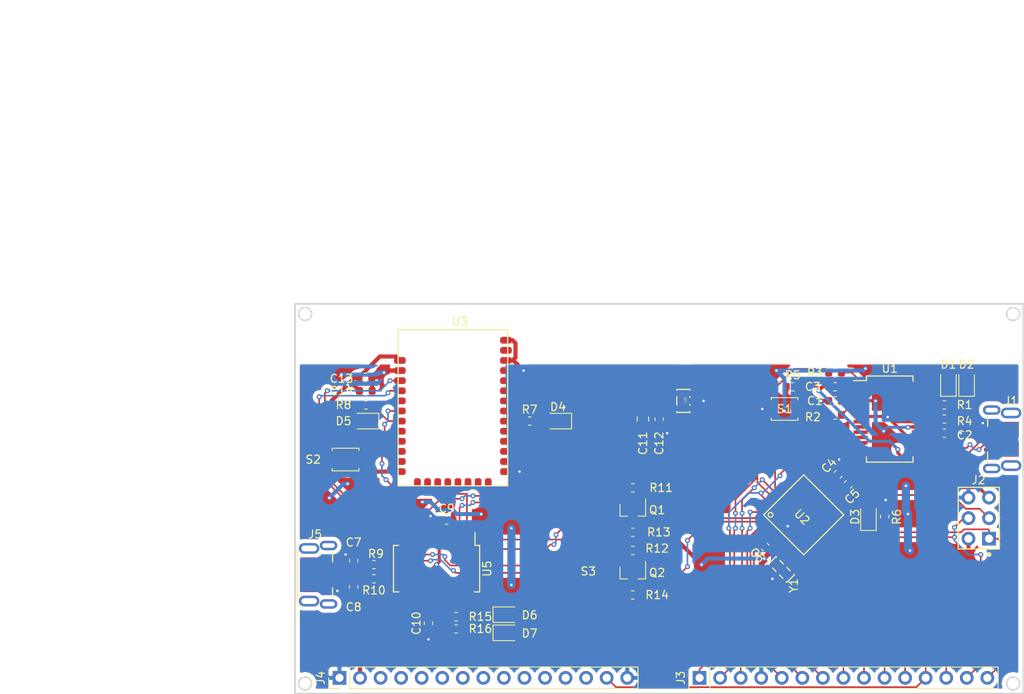
<source format=kicad_pcb>
(kicad_pcb (version 20171130) (host pcbnew "(5.0.2)-1")
  (title_block (company "Olin Colleg eof Engineering"))
  (layers (0 F.Cu signal) (31 B.Cu signal) (34 B.Paste user) (35 F.Paste user) (36 B.SilkS user) (37 F.SilkS user) (38 B.Mask user) (39 F.Mask user) (44 Edge.Cuts user))
  (net 0 "")
  (net 1 GND)
  (net 2 5V)
  (net 3 /RESET)
  (net 4 "Net-(C3-Pad1)")
  (net 5 /AREF)
  (net 6 3.3V)
  (net 7 "Net-(D1-Pad1)")
  (net 8 "Net-(D2-Pad1)")
  (net 9 "Net-(D3-Pad1)")
  (net 10 /D13)
  (net 11 "Net-(D4-Pad2)")
  (net 12 "Net-(D5-Pad2)")
  (net 13 "Net-(D6-Pad1)")
  (net 14 "Net-(D7-Pad1)")
  (net 15 "Net-(J1-Pad8)")
  (net 16 "Net-(J1-Pad9)")
  (net 17 "Net-(J1-Pad7)")
  (net 18 "Net-(J1-Pad10)")
  (net 19 "Net-(J1-Pad6)")
  (net 20 "Net-(J1-Pad11)")
  (net 21 "Net-(J1-Pad4)")
  (net 22 "Net-(J1-Pad3)")
  (net 23 "Net-(J1-Pad2)")
  (net 24 "Net-(J1-Pad1)")
  (net 25 /D12)
  (net 26 /D11)
  (net 27 /D10)
  (net 28 /D9)
  (net 29 /D8)
  (net 30 /D7)
  (net 31 /D6)
  (net 32 /D5)
  (net 33 /D4)
  (net 34 XBee_IN)
  (net 35 XBee_OUT)
  (net 36 /D0)
  (net 37 /D1)
  (net 38 "Net-(J4-Pad3)")
  (net 39 "Net-(J4-Pad4)")
  (net 40 "Net-(J4-Pad5)")
  (net 41 "Net-(J4-Pad6)")
  (net 42 "Net-(J4-Pad7)")
  (net 43 "Net-(J4-Pad8)")
  (net 44 "Net-(J4-Pad9)")
  (net 45 "Net-(J4-Pad10)")
  (net 46 "Net-(J4-Pad11)")
  (net 47 "Net-(J4-Pad12)")
  (net 48 "Net-(J4-Pad13)")
  (net 49 "Net-(J5-Pad1)")
  (net 50 "Net-(J5-Pad4)")
  (net 51 "Net-(J5-Pad11)")
  (net 52 "Net-(J5-Pad6)")
  (net 53 "Net-(J5-Pad10)")
  (net 54 "Net-(J5-Pad7)")
  (net 55 "Net-(J5-Pad9)")
  (net 56 "Net-(J5-Pad8)")
  (net 57 "Net-(Q1-Pad2)")
  (net 58 "Net-(Q2-Pad2)")
  (net 59 "Net-(R1-Pad2)")
  (net 60 "Net-(R2-Pad1)")
  (net 61 "Net-(R3-Pad1)")
  (net 62 "Net-(R4-Pad2)")
  (net 63 "Net-(R7-Pad1)")
  (net 64 /XBee/RSSI)
  (net 65 "Net-(R9-Pad1)")
  (net 66 "Net-(R10-Pad1)")
  (net 67 "Net-(R15-Pad2)")
  (net 68 "Net-(R16-Pad2)")
  (net 69 /XBee/RESET)
  (net 70 /XBee/DIN)
  (net 71 /XBee/DIN_FTDI)
  (net 72 /XBee/DOUT_FTDI)
  (net 73 /XBee/DOUT)
  (net 74 "Net-(U1-Pad3)")
  (net 75 "Net-(U1-Pad6)")
  (net 76 "Net-(U1-Pad8)")
  (net 77 "Net-(U1-Pad9)")
  (net 78 "Net-(U1-Pad10)")
  (net 79 "Net-(U1-Pad11)")
  (net 80 "Net-(U1-Pad12)")
  (net 81 "Net-(U1-Pad13)")
  (net 82 "Net-(U1-Pad14)")
  (net 83 "Net-(U1-Pad17)")
  (net 84 "Net-(U1-Pad19)")
  (net 85 "Net-(U1-Pad24)")
  (net 86 "Net-(U1-Pad27)")
  (net 87 "Net-(U1-Pad28)")
  (net 88 "Net-(U2-Pad7)")
  (net 89 "Net-(U2-Pad8)")
  (net 90 "Net-(U2-Pad19)")
  (net 91 "Net-(U2-Pad22)")
  (net 92 "Net-(U2-Pad23)")
  (net 93 "Net-(U2-Pad24)")
  (net 94 "Net-(U2-Pad25)")
  (net 95 "Net-(U2-Pad26)")
  (net 96 "Net-(U2-Pad27)")
  (net 97 "Net-(U2-Pad28)")
  (net 98 "Net-(U3-Pad11)")
  (net 99 /XBee/DTR)
  (net 100 "Net-(U3-Pad8)")
  (net 101 "Net-(U3-Pad5)")
  (net 102 "Net-(U3-Pad23)")
  (net 103 /XBee/CTS)
  (net 104 "Net-(U3-Pad25)")
  (net 105 /XBee/RTS)
  (net 106 "Net-(U3-Pad28)")
  (net 107 "Net-(U3-Pad29)")
  (net 108 "Net-(U3-Pad30)")
  (net 109 "Net-(U3-Pad31)")
  (net 110 "Net-(U3-Pad22)")
  (net 111 "Net-(U3-Pad33)")
  (net 112 "Net-(U3-Pad20)")
  (net 113 "Net-(U3-Pad19)")
  (net 114 "Net-(U3-Pad18)")
  (net 115 "Net-(U3-Pad17)")
  (net 116 "Net-(U3-Pad16)")
  (net 117 "Net-(U3-Pad15)")
  (net 118 "Net-(U3-Pad14)")
  (net 119 "Net-(U3-Pad13)")
  (net 120 "Net-(U5-Pad28)")
  (net 121 "Net-(U5-Pad27)")
  (net 122 "Net-(U5-Pad24)")
  (net 123 "Net-(U5-Pad19)")
  (net 124 "Net-(U5-Pad17)")
  (net 125 "Net-(U5-Pad14)")
  (net 126 "Net-(U5-Pad13)")
  (net 127 "Net-(U5-Pad12)")
  (net 128 "Net-(U5-Pad10)")
  (net 129 "Net-(U5-Pad9)")
  (net 130 "Net-(U5-Pad8)")
  (net 131 "Net-(U5-Pad6)")
  (net 132 "Net-(U6-Pad4)")
  (net 133 "Net-(C7-Pad1)")
  (net 134 "Net-(C8-Pad1)")
  (module Capacitor_SMD:C_0603_1608Metric (layer F.Cu) (at 157.5 96.75)
    (fp_text reference C1 (at -2.5 0) (layer F.SilkS))
    (fp_text value 0.1µF)
    (pad 1 smd roundrect (at -0.7875 0) (size 0.875 0.95) (layers F.Cu F.Paste F.Mask) (net 1 GND))
    (pad 2 smd roundrect (at 0.7875 0) (size 0.875 0.95) (layers F.Cu F.Paste F.Mask) (net 2 5V))
  )
  (module Capacitor_SMD:C_0603_1608Metric (layer F.Cu) (at 171 100.75 180)
    (fp_text reference C2 (at -2.5 -0.25 180) (layer F.SilkS))
    (fp_text value 0.1µF)
    (pad 1 smd roundrect (at -0.7875 0 180) (size 0.875 0.95) (layers F.Cu F.Paste F.Mask) (net 1 GND))
    (pad 2 smd roundrect (at 0.7875 0 180) (size 0.875 0.95) (layers F.Cu F.Paste F.Mask) (net 2 5V))
  )
  (module Capacitor_SMD:C_0603_1608Metric (layer F.Cu) (at 157.5 95 180)
    (fp_text reference C3 (at 2.75 0 180) (layer F.SilkS))
    (fp_text value 0.1µF)
    (pad 2 smd roundrect (at 0.7875 0 180) (size 0.875 0.95) (layers F.Cu F.Paste F.Mask) (net 3 /RESET))
    (pad 1 smd roundrect (at -0.7875 0 180) (size 0.875 0.95) (layers F.Cu F.Paste F.Mask) (net 4 "Net-(C3-Pad1)"))
  )
  (module Capacitor_SMD:C_0603_1608Metric (layer F.Cu) (at 157.869424 105.84194 225)
    (fp_text reference C4 (at 0.019434 1.56367 225) (layer F.SilkS))
    (fp_text value 0.1µF)
    (pad 1 smd roundrect (at -0.787501 0 225) (size 0.875 0.95) (layers F.Cu F.Paste F.Mask) (net 1 GND))
    (pad 2 smd roundrect (at 0.787501 0 225) (size 0.875 0.95) (layers F.Cu F.Paste F.Mask) (net 5 /AREF))
  )
  (module Capacitor_SMD:C_0603_1608Metric (layer F.Cu) (at 159.119424 107.09194 225)
    (fp_text reference C5 (at 0.707107 -1.414214 225) (layer F.SilkS))
    (fp_text value 0.1µF)
    (pad 1 smd roundrect (at -0.787501 0 225) (size 0.875 0.95) (layers F.Cu F.Paste F.Mask) (net 1 GND))
    (pad 2 smd roundrect (at 0.787501 0 225) (size 0.875 0.95) (layers F.Cu F.Paste F.Mask) (net 2 5V))
  )
  (module Capacitor_SMD:C_0603_1608Metric (layer F.Cu) (at 148.869424 114.84194 315)
    (fp_text reference C6 (at 0 1.414214 315) (layer F.SilkS))
    (fp_text value 0.1µF)
    (pad 2 smd roundrect (at 0.787501 0 315) (size 0.875 0.95) (layers F.Cu F.Paste F.Mask) (net 2 5V))
    (pad 1 smd roundrect (at -0.787501 0 315) (size 0.875 0.95) (layers F.Cu F.Paste F.Mask) (net 1 GND))
  )
  (module Capacitor_SMD:C_0603_1608Metric (layer F.Cu) (at 98 116.5 90)
    (fp_text reference C7 (at 2.25 0 180) (layer F.SilkS))
    (fp_text value 47pF)
    (pad 1 smd roundrect (at -0.7875 0 90) (size 0.875 0.95) (layers F.Cu F.Paste F.Mask) (net 133 "Net-(C7-Pad1)"))
    (pad 2 smd roundrect (at 0.7875 0 90) (size 0.875 0.95) (layers F.Cu F.Paste F.Mask) (net 1 GND))
  )
  (module Capacitor_SMD:C_0603_1608Metric (layer F.Cu) (at 98 119.75 270)
    (fp_text reference C8 (at 2.5 0) (layer F.SilkS))
    (fp_text value 47pF)
    (pad 1 smd roundrect (at -0.7875 0 270) (size 0.875 0.95) (layers F.Cu F.Paste F.Mask) (net 134 "Net-(C8-Pad1)"))
    (pad 2 smd roundrect (at 0.7875 0 270) (size 0.875 0.95) (layers F.Cu F.Paste F.Mask) (net 1 GND))
  )
  (module Capacitor_SMD:C_0603_1608Metric (layer F.Cu) (at 109.5 111.5)
    (fp_text reference C9 (at 0 -1.43) (layer F.SilkS))
    (fp_text value 0.1µF)
    (pad 2 smd roundrect (at 0.7875 0) (size 0.875 0.95) (layers F.Cu F.Paste F.Mask) (net 6 3.3V))
    (pad 1 smd roundrect (at -0.7875 0) (size 0.875 0.95) (layers F.Cu F.Paste F.Mask) (net 1 GND))
  )
  (module Capacitor_SMD:C_0603_1608Metric (layer F.Cu) (at 107.25 124.25 90)
    (fp_text reference C10 (at 0 -1.5 90) (layer F.SilkS))
    (fp_text value 0.1µF)
    (pad 2 smd roundrect (at 0.7875 0 90) (size 0.875 0.95) (layers F.Cu F.Paste F.Mask) (net 2 5V))
    (pad 1 smd roundrect (at -0.7875 0 90) (size 0.875 0.95) (layers F.Cu F.Paste F.Mask) (net 1 GND))
  )
  (module Capacitor_SMD:C_0805_2012Metric (layer F.Cu) (at 133.75 99 270)
    (fp_text reference C11 (at 3 0 270) (layer F.SilkS))
    (fp_text value 10uF)
    (pad 1 smd roundrect (at -0.9375 0 270) (size 0.975 1.4) (layers F.Cu F.Paste F.Mask) (net 6 3.3V))
    (pad 2 smd roundrect (at 0.9375 0 270) (size 0.975 1.4) (layers F.Cu F.Paste F.Mask) (net 1 GND))
  )
  (module Capacitor_SMD:C_0603_1608Metric (layer F.Cu) (at 135.75 99 270)
    (fp_text reference C12 (at 3 0 270) (layer F.SilkS))
    (fp_text value 0.1uF)
    (pad 2 smd roundrect (at 0.7875 0 270) (size 0.875 0.95) (layers F.Cu F.Paste F.Mask) (net 1 GND))
    (pad 1 smd roundrect (at -0.7875 0 270) (size 0.875 0.95) (layers F.Cu F.Paste F.Mask) (net 6 3.3V))
  )
  (module Capacitor_SMD:C_0603_1608Metric (layer F.Cu) (at 99.455001 93.835001)
    (fp_text reference C13 (at -2.955001 0.164999) (layer F.SilkS))
    (fp_text value 1uF)
    (pad 1 smd roundrect (at -0.7875 0) (size 0.875 0.95) (layers F.Cu F.Paste F.Mask) (net 1 GND))
    (pad 2 smd roundrect (at 0.7875 0) (size 0.875 0.95) (layers F.Cu F.Paste F.Mask) (net 6 3.3V))
  )
  (module Capacitor_SMD:C_0603_1608Metric (layer F.Cu) (at 99.5 95.5 180)
    (fp_text reference C14 (at 3 0 180) (layer F.SilkS))
    (fp_text value 8.2pF)
    (pad 2 smd roundrect (at 0.7875 0 180) (size 0.875 0.95) (layers F.Cu F.Paste F.Mask) (net 1 GND))
    (pad 1 smd roundrect (at -0.7875 0 180) (size 0.875 0.95) (layers F.Cu F.Paste F.Mask) (net 6 3.3V))
  )
  (module LED_SMD:LED_0805_2012Metric (layer F.Cu) (at 171.5 94.5 90)
    (fp_text reference D1 (at 2.25 0 180) (layer F.SilkS))
    (fp_text value RX)
    (pad 1 smd roundrect (at -0.9375 0 90) (size 0.975 1.4) (layers F.Cu F.Paste F.Mask) (net 7 "Net-(D1-Pad1)"))
    (pad 2 smd roundrect (at 0.9375 0 90) (size 0.975 1.4) (layers F.Cu F.Paste F.Mask) (net 2 5V))
  )
  (module LED_SMD:LED_0805_2012Metric (layer F.Cu) (at 173.75 94.5 90)
    (fp_text reference D2 (at 2.25 0 180) (layer F.SilkS))
    (fp_text value TX)
    (pad 2 smd roundrect (at 0.9375 0 90) (size 0.975 1.4) (layers F.Cu F.Paste F.Mask) (net 2 5V))
    (pad 1 smd roundrect (at -0.9375 0 90) (size 0.975 1.4) (layers F.Cu F.Paste F.Mask) (net 8 "Net-(D2-Pad1)"))
  )
  (module LED_SMD:LED_0805_2012Metric (layer F.Cu) (at 161.619424 111.09194 90)
    (fp_text reference D3 (at 0 -1.65 90) (layer F.SilkS))
    (fp_text value LED)
    (pad 1 smd roundrect (at -0.9375 0 90) (size 0.975 1.4) (layers F.Cu F.Paste F.Mask) (net 9 "Net-(D3-Pad1)"))
    (pad 2 smd roundrect (at 0.9375 0 90) (size 0.975 1.4) (layers F.Cu F.Paste F.Mask) (net 10 /D13))
  )
  (module LED_SMD:LED_0805_2012Metric (layer F.Cu) (at 123.25 99.25 180)
    (fp_text reference D4 (at 0 1.75 180) (layer F.SilkS))
    (fp_text value LED)
    (pad 1 smd roundrect (at -0.9375 0 180) (size 0.975 1.4) (layers F.Cu F.Paste F.Mask) (net 1 GND))
    (pad 2 smd roundrect (at 0.9375 0 180) (size 0.975 1.4) (layers F.Cu F.Paste F.Mask) (net 11 "Net-(D4-Pad2)"))
  )
  (module LED_SMD:LED_0805_2012Metric (layer F.Cu) (at 99.429964 99.25 180)
    (fp_text reference D5 (at 2.679964 0 180) (layer F.SilkS))
    (fp_text value LED)
    (pad 1 smd roundrect (at -0.9375 0 180) (size 0.975 1.4) (layers F.Cu F.Paste F.Mask) (net 1 GND))
    (pad 2 smd roundrect (at 0.9375 0 180) (size 0.975 1.4) (layers F.Cu F.Paste F.Mask) (net 12 "Net-(D5-Pad2)"))
  )
  (module LED_SMD:LED_0805_2012Metric (layer F.Cu) (at 116.913065 123.188574)
    (fp_text reference D6 (at 2.836935 0.061426) (layer F.SilkS))
    (fp_text value RX)
    (pad 2 smd roundrect (at 0.9375 0) (size 0.975 1.4) (layers F.Cu F.Paste F.Mask) (net 6 3.3V))
    (pad 1 smd roundrect (at -0.9375 0) (size 0.975 1.4) (layers F.Cu F.Paste F.Mask) (net 13 "Net-(D6-Pad1)"))
  )
  (module LED_SMD:LED_0805_2012Metric (layer F.Cu) (at 116.913065 125.438574)
    (fp_text reference D7 (at 2.836935 0.061426) (layer F.SilkS))
    (fp_text value TX)
    (pad 2 smd roundrect (at 0.9375 0) (size 0.975 1.4) (layers F.Cu F.Paste F.Mask) (net 6 3.3V))
    (pad 1 smd roundrect (at -0.9375 0) (size 0.975 1.4) (layers F.Cu F.Paste F.Mask) (net 14 "Net-(D7-Pad1)"))
  )
  (module Footprints:USB_microB_2040002-1 (layer F.Cu) (at 179.25 101.5 90)
    (fp_text reference J1 (at 4.75 0 180) (layer F.SilkS))
    (fp_text value USB_microB_2040002-1)
    (pad 8 smd rect (at 1.2 0 90) (size 1.9 1.9) (layers F.Cu F.Paste F.Mask) (net 15 "Net-(J1-Pad8)"))
    (pad 9 smd rect (at -1.2 0 90) (size 1.9 1.9) (layers F.Cu F.Paste F.Mask) (net 16 "Net-(J1-Pad9)"))
    (pad 7 thru_hole oval (at 3.255 0 90) (size 1.32 2.52) (drill oval 0.72 1.92) (layers *.Cu *.Mask) (net 17 "Net-(J1-Pad7)"))
    (pad 10 thru_hole oval (at -3.255 0 90) (size 1.32 2.52) (drill oval 0.72 1.92) (layers *.Cu *.Mask) (net 18 "Net-(J1-Pad10)"))
    (pad 6 thru_hole oval (at 3.615 -2.4 90) (size 1.16 2.16) (drill oval 0.56 1.56) (layers *.Cu *.Mask) (net 19 "Net-(J1-Pad6)"))
    (pad 11 thru_hole oval (at -3.615 -2.4 90) (size 1.16 2.16) (drill oval 0.56 1.56) (layers *.Cu *.Mask) (net 20 "Net-(J1-Pad11)"))
    (pad 5 smd rect (at 1.3 -2.675 90) (size 0.4 1.35) (layers F.Cu F.Paste F.Mask) (net 1 GND))
    (pad 4 smd rect (at 0.65 -2.675 90) (size 0.4 1.35) (layers F.Cu F.Paste F.Mask) (net 21 "Net-(J1-Pad4)"))
    (pad 3 smd rect (at 0 -2.675 90) (size 0.4 1.35) (layers F.Cu F.Paste F.Mask) (net 22 "Net-(J1-Pad3)"))
    (pad 2 smd rect (at -0.65 -2.675 90) (size 0.4 1.35) (layers F.Cu F.Paste F.Mask) (net 23 "Net-(J1-Pad2)"))
    (pad 1 smd rect (at -1.3 -2.675 90) (size 0.4 1.35) (layers F.Cu F.Paste F.Mask) (net 24 "Net-(J1-Pad1)"))
  )
  (module Footprints:Arduino_ICSP (layer F.Cu) (at 175.25 111.25 180)
    (fp_text reference J2 (at 0.02 4.71 180) (layer F.SilkS))
    (fp_text value Arduino_ICSP)
    (pad 1 thru_hole rect (at -1.27 -2.54 180) (size 1.7 1.7) (drill 1) (layers *.Cu *.Mask) (net 25 /D12))
    (pad 2 thru_hole oval (at 1.27 -2.54 180) (size 1.7 1.7) (drill 1) (layers *.Cu *.Mask) (net 2 5V))
    (pad 3 thru_hole oval (at -1.27 0 180) (size 1.7 1.7) (drill 1) (layers *.Cu *.Mask) (net 10 /D13))
    (pad 4 thru_hole oval (at 1.27 0 180) (size 1.7 1.7) (drill 1) (layers *.Cu *.Mask) (net 26 /D11))
    (pad 5 thru_hole oval (at -1.27 2.54 180) (size 1.7 1.7) (drill 1) (layers *.Cu *.Mask) (net 3 /RESET))
    (pad 6 thru_hole oval (at 1.27 2.54 180) (size 1.7 1.7) (drill 1) (layers *.Cu *.Mask) (net 1 GND))
  )
  (module Connector_PinHeader_2.54mm:PinHeader_1x15_P2.54mm_Vertical (layer F.Cu) (at 140.75 131 90)
    (fp_text reference J3 (at 0 -2.33 90) (layer F.SilkS))
    (fp_text value Conn_01x15_Male)
    (pad 1 thru_hole rect (at 0 0 90) (size 1.7 1.7) (drill 1) (layers *.Cu *.Mask) (net 37 /D1))
    (pad 2 thru_hole oval (at 0 2.54 90) (size 1.7 1.7) (drill 1) (layers *.Cu *.Mask) (net 36 /D0))
    (pad 3 thru_hole oval (at 0 5.08 90) (size 1.7 1.7) (drill 1) (layers *.Cu *.Mask) (net 3 /RESET))
    (pad 4 thru_hole oval (at 0 7.62 90) (size 1.7 1.7) (drill 1) (layers *.Cu *.Mask) (net 1 GND))
    (pad 5 thru_hole oval (at 0 10.16 90) (size 1.7 1.7) (drill 1) (layers *.Cu *.Mask) (net 35 XBee_OUT))
    (pad 6 thru_hole oval (at 0 12.7 90) (size 1.7 1.7) (drill 1) (layers *.Cu *.Mask) (net 34 XBee_IN))
    (pad 7 thru_hole oval (at 0 15.24 90) (size 1.7 1.7) (drill 1) (layers *.Cu *.Mask) (net 33 /D4))
    (pad 8 thru_hole oval (at 0 17.78 90) (size 1.7 1.7) (drill 1) (layers *.Cu *.Mask) (net 32 /D5))
    (pad 9 thru_hole oval (at 0 20.32 90) (size 1.7 1.7) (drill 1) (layers *.Cu *.Mask) (net 31 /D6))
    (pad 10 thru_hole oval (at 0 22.86 90) (size 1.7 1.7) (drill 1) (layers *.Cu *.Mask) (net 30 /D7))
    (pad 11 thru_hole oval (at 0 25.4 90) (size 1.7 1.7) (drill 1) (layers *.Cu *.Mask) (net 29 /D8))
    (pad 12 thru_hole oval (at 0 27.94 90) (size 1.7 1.7) (drill 1) (layers *.Cu *.Mask) (net 28 /D9))
    (pad 13 thru_hole oval (at 0 30.48 90) (size 1.7 1.7) (drill 1) (layers *.Cu *.Mask) (net 27 /D10))
    (pad 14 thru_hole oval (at 0 33.02 90) (size 1.7 1.7) (drill 1) (layers *.Cu *.Mask) (net 26 /D11))
    (pad 15 thru_hole oval (at 0 35.56 90) (size 1.7 1.7) (drill 1) (layers *.Cu *.Mask) (net 25 /D12))
  )
  (module Connector_PinHeader_2.54mm:PinHeader_1x15_P2.54mm_Vertical (layer F.Cu) (at 96.25 131 90)
    (fp_text reference J4 (at 0 -2.33 90) (layer F.SilkS))
    (fp_text value Conn_01x15_Male)
    (pad 1 thru_hole rect (at 0 0 90) (size 1.7 1.7) (drill 1) (layers *.Cu *.Mask) (net 1 GND))
    (pad 2 thru_hole oval (at 0 2.54 90) (size 1.7 1.7) (drill 1) (layers *.Cu *.Mask) (net 2 5V))
    (pad 3 thru_hole oval (at 0 5.08 90) (size 1.7 1.7) (drill 1) (layers *.Cu *.Mask) (net 38 "Net-(J4-Pad3)"))
    (pad 4 thru_hole oval (at 0 7.62 90) (size 1.7 1.7) (drill 1) (layers *.Cu *.Mask) (net 39 "Net-(J4-Pad4)"))
    (pad 5 thru_hole oval (at 0 10.16 90) (size 1.7 1.7) (drill 1) (layers *.Cu *.Mask) (net 40 "Net-(J4-Pad5)"))
    (pad 6 thru_hole oval (at 0 12.7 90) (size 1.7 1.7) (drill 1) (layers *.Cu *.Mask) (net 41 "Net-(J4-Pad6)"))
    (pad 7 thru_hole oval (at 0 15.24 90) (size 1.7 1.7) (drill 1) (layers *.Cu *.Mask) (net 42 "Net-(J4-Pad7)"))
    (pad 8 thru_hole oval (at 0 17.78 90) (size 1.7 1.7) (drill 1) (layers *.Cu *.Mask) (net 43 "Net-(J4-Pad8)"))
    (pad 9 thru_hole oval (at 0 20.32 90) (size 1.7 1.7) (drill 1) (layers *.Cu *.Mask) (net 44 "Net-(J4-Pad9)"))
    (pad 10 thru_hole oval (at 0 22.86 90) (size 1.7 1.7) (drill 1) (layers *.Cu *.Mask) (net 45 "Net-(J4-Pad10)"))
    (pad 11 thru_hole oval (at 0 25.4 90) (size 1.7 1.7) (drill 1) (layers *.Cu *.Mask) (net 46 "Net-(J4-Pad11)"))
    (pad 12 thru_hole oval (at 0 27.94 90) (size 1.7 1.7) (drill 1) (layers *.Cu *.Mask) (net 47 "Net-(J4-Pad12)"))
    (pad 13 thru_hole oval (at 0 30.48 90) (size 1.7 1.7) (drill 1) (layers *.Cu *.Mask) (net 48 "Net-(J4-Pad13)"))
    (pad 14 thru_hole oval (at 0 33.02 90) (size 1.7 1.7) (drill 1) (layers *.Cu *.Mask) (net 28 /D9))
    (pad 15 thru_hole oval (at 0 35.56 90) (size 1.7 1.7) (drill 1) (layers *.Cu *.Mask) (net 1 GND))
  )
  (module Footprints:USB_microB_2040002-1 (layer F.Cu) (at 92.5 118.25 270)
    (fp_text reference J5 (at -5 -0.75) (layer F.SilkS))
    (fp_text value USB_microB_2040002-1)
    (pad 1 smd rect (at -1.3 -2.675 270) (size 0.4 1.35) (layers F.Cu F.Paste F.Mask) (net 49 "Net-(J5-Pad1)"))
    (pad 2 smd rect (at -0.65 -2.675 270) (size 0.4 1.35) (layers F.Cu F.Paste F.Mask) (net 133 "Net-(C7-Pad1)"))
    (pad 3 smd rect (at 0 -2.675 270) (size 0.4 1.35) (layers F.Cu F.Paste F.Mask) (net 134 "Net-(C8-Pad1)"))
    (pad 4 smd rect (at 0.65 -2.675 270) (size 0.4 1.35) (layers F.Cu F.Paste F.Mask) (net 50 "Net-(J5-Pad4)"))
    (pad 5 smd rect (at 1.3 -2.675 270) (size 0.4 1.35) (layers F.Cu F.Paste F.Mask) (net 1 GND))
    (pad 11 thru_hole oval (at -3.615 -2.4 270) (size 1.16 2.16) (drill oval 0.56 1.56) (layers *.Cu *.Mask) (net 51 "Net-(J5-Pad11)"))
    (pad 6 thru_hole oval (at 3.615 -2.4 270) (size 1.16 2.16) (drill oval 0.56 1.56) (layers *.Cu *.Mask) (net 52 "Net-(J5-Pad6)"))
    (pad 10 thru_hole oval (at -3.255 0 270) (size 1.32 2.52) (drill oval 0.72 1.92) (layers *.Cu *.Mask) (net 53 "Net-(J5-Pad10)"))
    (pad 7 thru_hole oval (at 3.255 0 270) (size 1.32 2.52) (drill oval 0.72 1.92) (layers *.Cu *.Mask) (net 54 "Net-(J5-Pad7)"))
    (pad 9 smd rect (at -1.2 0 270) (size 1.9 1.9) (layers F.Cu F.Paste F.Mask) (net 55 "Net-(J5-Pad9)"))
    (pad 8 smd rect (at 1.2 0 270) (size 1.9 1.9) (layers F.Cu F.Paste F.Mask) (net 56 "Net-(J5-Pad8)"))
  )
  (module Package_TO_SOT_SMD:SOT-23 (layer F.Cu) (at 132.5 110.25 270)
    (fp_text reference Q1 (at 0 -3) (layer F.SilkS))
    (fp_text value BSS138)
    (pad 3 smd rect (at 1 0 270) (size 0.9 0.8) (layers F.Cu F.Paste F.Mask) (net 35 XBee_OUT))
    (pad 2 smd rect (at -1 0.95 270) (size 0.9 0.8) (layers F.Cu F.Paste F.Mask) (net 57 "Net-(Q1-Pad2)"))
    (pad 1 smd rect (at -1 -0.95 270) (size 0.9 0.8) (layers F.Cu F.Paste F.Mask) (net 6 3.3V))
  )
  (module Package_TO_SOT_SMD:SOT-23 (layer F.Cu) (at 132.5 118 270)
    (fp_text reference Q2 (at 0 -3) (layer F.SilkS))
    (fp_text value BSS138)
    (pad 1 smd rect (at -1 -0.95 270) (size 0.9 0.8) (layers F.Cu F.Paste F.Mask) (net 6 3.3V))
    (pad 2 smd rect (at -1 0.95 270) (size 0.9 0.8) (layers F.Cu F.Paste F.Mask) (net 58 "Net-(Q2-Pad2)"))
    (pad 3 smd rect (at 1 0 270) (size 0.9 0.8) (layers F.Cu F.Paste F.Mask) (net 34 XBee_IN))
  )
  (module Resistor_SMD:R_0603_1608Metric (layer F.Cu) (at 171 97.25 180)
    (fp_text reference R1 (at -2.5 0 180) (layer F.SilkS))
    (fp_text value 1K)
    (pad 1 smd roundrect (at -0.7875 0 180) (size 0.875 0.95) (layers F.Cu F.Paste F.Mask) (net 7 "Net-(D1-Pad1)"))
    (pad 2 smd roundrect (at 0.7875 0 180) (size 0.875 0.95) (layers F.Cu F.Paste F.Mask) (net 59 "Net-(R1-Pad2)"))
  )
  (module Resistor_SMD:R_0603_1608Metric (layer F.Cu) (at 157.5 98.5 180)
    (fp_text reference R2 (at 2.75 -0.25 180) (layer F.SilkS))
    (fp_text value 1K)
    (pad 2 smd roundrect (at 0.7875 0 180) (size 0.875 0.95) (layers F.Cu F.Paste F.Mask) (net 37 /D1))
    (pad 1 smd roundrect (at -0.7875 0 180) (size 0.875 0.95) (layers F.Cu F.Paste F.Mask) (net 60 "Net-(R2-Pad1)"))
  )
  (module Resistor_SMD:R_0603_1608Metric (layer F.Cu) (at 157.5 93.25 180)
    (fp_text reference R3 (at 2.5 0 180) (layer F.SilkS))
    (fp_text value 1K)
    (pad 1 smd roundrect (at -0.7875 0 180) (size 0.875 0.95) (layers F.Cu F.Paste F.Mask) (net 61 "Net-(R3-Pad1)"))
    (pad 2 smd roundrect (at 0.7875 0 180) (size 0.875 0.95) (layers F.Cu F.Paste F.Mask) (net 36 /D0))
  )
  (module Resistor_SMD:R_0603_1608Metric (layer F.Cu) (at 171 99 180)
    (fp_text reference R4 (at -2.5 -0.25 180) (layer F.SilkS))
    (fp_text value 1K)
    (pad 1 smd roundrect (at -0.7875 0 180) (size 0.875 0.95) (layers F.Cu F.Paste F.Mask) (net 8 "Net-(D2-Pad1)"))
    (pad 2 smd roundrect (at 0.7875 0 180) (size 0.875 0.95) (layers F.Cu F.Paste F.Mask) (net 62 "Net-(R4-Pad2)"))
  )
  (module Resistor_SMD:R_0603_1608Metric (layer F.Cu) (at 152.25 95)
    (fp_text reference R5 (at 0 -1.43) (layer F.SilkS))
    (fp_text value 1K)
    (pad 1 smd roundrect (at -0.7875 0) (size 0.875 0.95) (layers F.Cu F.Paste F.Mask) (net 2 5V))
    (pad 2 smd roundrect (at 0.7875 0) (size 0.875 0.95) (layers F.Cu F.Paste F.Mask) (net 3 /RESET))
  )
  (module Resistor_SMD:R_0603_1608Metric (layer F.Cu) (at 163.619424 111.05444 90)
    (fp_text reference R6 (at -0.0375 1.5 90) (layer F.SilkS))
    (fp_text value 1K)
    (pad 2 smd roundrect (at 0.7875 0 90) (size 0.875 0.95) (layers F.Cu F.Paste F.Mask) (net 1 GND))
    (pad 1 smd roundrect (at -0.7875 0 90) (size 0.875 0.95) (layers F.Cu F.Paste F.Mask) (net 9 "Net-(D3-Pad1)"))
  )
  (module Resistor_SMD:R_0603_1608Metric (layer F.Cu) (at 119.75 99.25)
    (fp_text reference R7 (at 0 -1.43) (layer F.SilkS))
    (fp_text value 330)
    (pad 2 smd roundrect (at 0.7875 0) (size 0.875 0.95) (layers F.Cu F.Paste F.Mask) (net 11 "Net-(D4-Pad2)"))
    (pad 1 smd roundrect (at -0.7875 0) (size 0.875 0.95) (layers F.Cu F.Paste F.Mask) (net 63 "Net-(R7-Pad1)"))
  )
  (module Resistor_SMD:R_0603_1608Metric (layer F.Cu) (at 99.5 97.25 180)
    (fp_text reference R8 (at 2.75 0 180) (layer F.SilkS))
    (fp_text value 330)
    (pad 1 smd roundrect (at -0.7875 0 180) (size 0.875 0.95) (layers F.Cu F.Paste F.Mask) (net 64 /XBee/RSSI))
    (pad 2 smd roundrect (at 0.7875 0 180) (size 0.875 0.95) (layers F.Cu F.Paste F.Mask) (net 12 "Net-(D5-Pad2)"))
  )
  (module Resistor_SMD:R_0603_1608Metric (layer F.Cu) (at 100.5 117 180)
    (fp_text reference R9 (at -0.25 1.335001 180) (layer F.SilkS))
    (fp_text value 27)
    (pad 2 smd roundrect (at 0.7875 0 180) (size 0.875 0.95) (layers F.Cu F.Paste F.Mask) (net 133 "Net-(C7-Pad1)"))
    (pad 1 smd roundrect (at -0.7875 0 180) (size 0.875 0.95) (layers F.Cu F.Paste F.Mask) (net 65 "Net-(R9-Pad1)"))
  )
  (module Resistor_SMD:R_0603_1608Metric (layer F.Cu) (at 100.5 118.75 180)
    (fp_text reference R10 (at 0 -1.43 180) (layer F.SilkS))
    (fp_text value 27)
    (pad 2 smd roundrect (at 0.7875 0 180) (size 0.875 0.95) (layers F.Cu F.Paste F.Mask) (net 134 "Net-(C8-Pad1)"))
    (pad 1 smd roundrect (at -0.7875 0 180) (size 0.875 0.95) (layers F.Cu F.Paste F.Mask) (net 66 "Net-(R10-Pad1)"))
  )
  (module Resistor_SMD:R_0603_1608Metric (layer F.Cu) (at 132.5 107.5 180)
    (fp_text reference R11 (at -3.5 0 180) (layer F.SilkS))
    (fp_text value 10K)
    (pad 1 smd roundrect (at -0.7875 0 180) (size 0.875 0.95) (layers F.Cu F.Paste F.Mask) (net 6 3.3V))
    (pad 2 smd roundrect (at 0.7875 0 180) (size 0.875 0.95) (layers F.Cu F.Paste F.Mask) (net 57 "Net-(Q1-Pad2)"))
  )
  (module Resistor_SMD:R_0603_1608Metric (layer F.Cu) (at 132.5 115.25 180)
    (fp_text reference R12 (at -3 0.25 180) (layer F.SilkS))
    (fp_text value 10K)
    (pad 1 smd roundrect (at -0.7875 0 180) (size 0.875 0.95) (layers F.Cu F.Paste F.Mask) (net 6 3.3V))
    (pad 2 smd roundrect (at 0.7875 0 180) (size 0.875 0.95) (layers F.Cu F.Paste F.Mask) (net 58 "Net-(Q2-Pad2)"))
  )
  (module Resistor_SMD:R_0603_1608Metric (layer F.Cu) (at 132.5 113 180)
    (fp_text reference R13 (at -3.2125 0 180) (layer F.SilkS))
    (fp_text value 10K)
    (pad 1 smd roundrect (at -0.7875 0 180) (size 0.875 0.95) (layers F.Cu F.Paste F.Mask) (net 2 5V))
    (pad 2 smd roundrect (at 0.7875 0 180) (size 0.875 0.95) (layers F.Cu F.Paste F.Mask) (net 35 XBee_OUT))
  )
  (module Resistor_SMD:R_0603_1608Metric (layer F.Cu) (at 132.5 120.75 180)
    (fp_text reference R14 (at -3 0 180) (layer F.SilkS))
    (fp_text value 10K)
    (pad 2 smd roundrect (at 0.7875 0 180) (size 0.875 0.95) (layers F.Cu F.Paste F.Mask) (net 34 XBee_IN))
    (pad 1 smd roundrect (at -0.7875 0 180) (size 0.875 0.95) (layers F.Cu F.Paste F.Mask) (net 2 5V))
  )
  (module Resistor_SMD:R_0603_1608Metric (layer F.Cu) (at 110.663065 123.438574 180)
    (fp_text reference R15 (at -3 0 180) (layer F.SilkS))
    (fp_text value 330)
    (pad 2 smd roundrect (at 0.7875 0 180) (size 0.875 0.95) (layers F.Cu F.Paste F.Mask) (net 67 "Net-(R15-Pad2)"))
    (pad 1 smd roundrect (at -0.7875 0 180) (size 0.875 0.95) (layers F.Cu F.Paste F.Mask) (net 13 "Net-(D6-Pad1)"))
  )
  (module Resistor_SMD:R_0603_1608Metric (layer F.Cu) (at 110.663065 124.938574 180)
    (fp_text reference R16 (at -3 0 180) (layer F.SilkS))
    (fp_text value 330)
    (pad 2 smd roundrect (at 0.7875 0 180) (size 0.875 0.95) (layers F.Cu F.Paste F.Mask) (net 68 "Net-(R16-Pad2)"))
    (pad 1 smd roundrect (at -0.7875 0 180) (size 0.875 0.95) (layers F.Cu F.Paste F.Mask) (net 14 "Net-(D7-Pad1)"))
  )
  (module Button_Switch_SMD:SW_SPST_B3U-1000P (layer F.Cu) (at 151.25 97.75)
    (fp_text reference S1 (at 0 0) (layer F.SilkS))
    (fp_text value SW)
    (pad 2 smd rect (at 1.7 0) (size 0.9 1.7) (layers F.Cu F.Paste F.Mask) (net 3 /RESET))
    (pad 1 smd rect (at -1.7 0) (size 0.9 1.7) (layers F.Cu F.Paste F.Mask) (net 1 GND))
  )
  (module Button_Switch_SMD:SW_SPST_B3U-1000P (layer F.Cu) (at 97 104)
    (fp_text reference S2 (at -4 0) (layer F.SilkS))
    (fp_text value SW)
    (pad 1 smd rect (at -1.7 0) (size 0.9 1.7) (layers F.Cu F.Paste F.Mask) (net 1 GND))
    (pad 2 smd rect (at 1.7 0) (size 0.9 1.7) (layers F.Cu F.Paste F.Mask) (net 69 /XBee/RESET))
  )
  (module Footprints:JS202011SCQN (layer F.Cu) (at 127 112.75 180)
    (fp_text reference S3 (at 0 -5.08 180) (layer F.SilkS))
    (fp_text value DPDT_Switch)
    (pad 4 smd rect (at -2.5 -2.75 180) (size 1.2 2.5) (layers F.Cu F.Paste F.Mask) (net 58 "Net-(Q2-Pad2)"))
    (pad 5 smd rect (at 0 -2.75 180) (size 1.2 2.5) (layers F.Cu F.Paste F.Mask) (net 70 /XBee/DIN))
    (pad 6 smd rect (at 2.5 -2.75 180) (size 1.2 2.5) (layers F.Cu F.Paste F.Mask) (net 71 /XBee/DIN_FTDI))
    (pad 3 smd rect (at 2.5 2.75 180) (size 1.2 2.5) (layers F.Cu F.Paste F.Mask) (net 72 /XBee/DOUT_FTDI))
    (pad 2 smd rect (at 0 2.75 180) (size 1.2 2.5) (layers F.Cu F.Paste F.Mask) (net 73 /XBee/DOUT))
    (pad 1 smd rect (at -2.5 2.75 180) (size 1.2 2.5) (layers F.Cu F.Paste F.Mask) (net 57 "Net-(Q1-Pad2)"))
  )
  (module Footprints:ATmega328 (layer F.Cu) (at 153.619424 110.84194 315)
    (fp_text reference U2 (at 0.05 0.35 315) (layer F.SilkS))
    (fp_text value ATMEGA328PB-ANR)
    (pad 1 smd rect (at -2.8 4 315) (size 0.37 1) (layers F.Cu F.Paste F.Mask) (net 34 XBee_IN))
    (pad 2 smd rect (at -2 4.000001 315) (size 0.37 1) (layers F.Cu F.Paste F.Mask) (net 33 /D4))
    (pad 3 smd rect (at -1.2 4 315) (size 0.37 1) (layers F.Cu F.Paste F.Mask) (net 1 GND))
    (pad 4 smd rect (at -0.4 4 315) (size 0.37 1) (layers F.Cu F.Paste F.Mask) (net 2 5V))
    (pad 5 smd rect (at 0.4 4 315) (size 0.37 1) (layers F.Cu F.Paste F.Mask) (net 1 GND))
    (pad 6 smd rect (at 1.2 4 315) (size 0.37 1) (layers F.Cu F.Paste F.Mask) (net 2 5V))
    (pad 7 smd rect (at 2 4.000001 315) (size 0.37 1) (layers F.Cu F.Paste F.Mask) (net 88 "Net-(U2-Pad7)"))
    (pad 8 smd rect (at 2.8 4 315) (size 0.37 1) (layers F.Cu F.Paste F.Mask) (net 89 "Net-(U2-Pad8)"))
    (pad 17 smd rect (at 2.8 -4 315) (size 0.37 1) (layers F.Cu F.Paste F.Mask) (net 10 /D13))
    (pad 18 smd rect (at 2 -4.000001 315) (size 0.37 1) (layers F.Cu F.Paste F.Mask) (net 2 5V))
    (pad 19 smd rect (at 1.2 -4 315) (size 0.37 1) (layers F.Cu F.Paste F.Mask) (net 90 "Net-(U2-Pad19)"))
    (pad 20 smd rect (at 0.4 -4 315) (size 0.37 1) (layers F.Cu F.Paste F.Mask) (net 5 /AREF))
    (pad 21 smd rect (at -0.4 -4 315) (size 0.37 1) (layers F.Cu F.Paste F.Mask) (net 1 GND))
    (pad 22 smd rect (at -1.2 -4 315) (size 0.37 1) (layers F.Cu F.Paste F.Mask) (net 91 "Net-(U2-Pad22)"))
    (pad 23 smd rect (at -2 -4.000001 315) (size 0.37 1) (layers F.Cu F.Paste F.Mask) (net 92 "Net-(U2-Pad23)"))
    (pad 24 smd rect (at -2.8 -4 315) (size 0.37 1) (layers F.Cu F.Paste F.Mask) (net 93 "Net-(U2-Pad24)"))
    (pad 9 smd rect (at 4 2.8 315) (size 1 0.37) (layers F.Cu F.Paste F.Mask) (net 32 /D5))
    (pad 10 smd rect (at 4.000001 2 315) (size 1 0.37) (layers F.Cu F.Paste F.Mask) (net 31 /D6))
    (pad 11 smd rect (at 4 1.2 315) (size 1 0.37) (layers F.Cu F.Paste F.Mask) (net 30 /D7))
    (pad 12 smd rect (at 4 0.4 315) (size 1 0.37) (layers F.Cu F.Paste F.Mask) (net 29 /D8))
    (pad 13 smd rect (at 4 -0.4 315) (size 1 0.37) (layers F.Cu F.Paste F.Mask) (net 28 /D9))
    (pad 14 smd rect (at 4 -1.2 315) (size 1 0.37) (layers F.Cu F.Paste F.Mask) (net 27 /D10))
    (pad 15 smd rect (at 4.000001 -2 315) (size 1 0.37) (layers F.Cu F.Paste F.Mask) (net 26 /D11))
    (pad 16 smd rect (at 4 -2.8 315) (size 1 0.37) (layers F.Cu F.Paste F.Mask) (net 25 /D12))
    (pad 25 smd rect (at -4 -2.8 315) (size 1 0.37) (layers F.Cu F.Paste F.Mask) (net 94 "Net-(U2-Pad25)"))
    (pad 26 smd rect (at -4.000001 -2 315) (size 1 0.37) (layers F.Cu F.Paste F.Mask) (net 95 "Net-(U2-Pad26)"))
    (pad 27 smd rect (at -4 -1.2 315) (size 1 0.37) (layers F.Cu F.Paste F.Mask) (net 96 "Net-(U2-Pad27)"))
    (pad 28 smd rect (at -4 -0.4 315) (size 1 0.37) (layers F.Cu F.Paste F.Mask) (net 97 "Net-(U2-Pad28)"))
    (pad 29 smd rect (at -4 0.4 315) (size 1 0.37) (layers F.Cu F.Paste F.Mask) (net 3 /RESET))
    (pad 30 smd rect (at -4 1.2 315) (size 1 0.37) (layers F.Cu F.Paste F.Mask) (net 36 /D0))
    (pad 31 smd rect (at -4.000001 2 315) (size 1 0.37) (layers F.Cu F.Paste F.Mask) (net 37 /D1))
    (pad 32 smd rect (at -4 2.8 315) (size 1 0.37) (layers F.Cu F.Paste F.Mask) (net 35 XBee_OUT))
  )
  (module Footprints:XBee3Micro (layer F.Cu) (at 103.5 107.25)
    (fp_text reference U3 (at 7.62 -20.32) (layer F.SilkS))
    (fp_text value XBee3Micro)
    (pad 12 smd roundrect (at 0.2159 -1.7526) (size 1.4478 0.8382) (layers F.Cu F.Paste F.Mask) (roundrect_rratio 0.35) (net 1 GND))
    (pad 11 smd roundrect (at 0.2159 -3.00228) (size 1.4478 0.8382) (layers F.Cu F.Paste F.Mask) (roundrect_rratio 0.35) (net 98 "Net-(U3-Pad11)"))
    (pad 10 smd roundrect (at 0.2159 -4.25196) (size 1.4478 0.8382) (layers F.Cu F.Paste F.Mask) (roundrect_rratio 0.35) (net 1 GND))
    (pad 9 smd roundrect (at 0.2159 -5.50164) (size 1.4478 0.8382) (layers F.Cu F.Paste F.Mask) (roundrect_rratio 0.35) (net 99 /XBee/DTR))
    (pad 8 smd roundrect (at 0.2159 -6.75132) (size 1.4478 0.8382) (layers F.Cu F.Paste F.Mask) (roundrect_rratio 0.35) (net 100 "Net-(U3-Pad8)"))
    (pad 7 smd roundrect (at 0.2159 -8.001) (size 1.4478 0.8382) (layers F.Cu F.Paste F.Mask) (roundrect_rratio 0.35) (net 64 /XBee/RSSI))
    (pad 6 smd roundrect (at 0.2159 -9.25068) (size 1.4478 0.8382) (layers F.Cu F.Paste F.Mask) (roundrect_rratio 0.35) (net 69 /XBee/RESET))
    (pad 5 smd roundrect (at 0.2159 -10.50036) (size 1.4478 0.8382) (layers F.Cu F.Paste F.Mask) (roundrect_rratio 0.35) (net 101 "Net-(U3-Pad5)"))
    (pad 4 smd roundrect (at 0.2159 -11.75004) (size 1.4478 0.8382) (layers F.Cu F.Paste F.Mask) (roundrect_rratio 0.35) (net 70 /XBee/DIN))
    (pad 3 smd roundrect (at 0.2159 -12.99972) (size 1.4478 0.8382) (layers F.Cu F.Paste F.Mask) (roundrect_rratio 0.35) (net 73 /XBee/DOUT))
    (pad 2 smd roundrect (at 0.2159 -14.2494) (size 1.4478 0.8382) (layers F.Cu F.Paste F.Mask) (roundrect_rratio 0.35) (net 6 3.3V))
    (pad 1 smd roundrect (at 0.2159 -15.49908) (size 1.4478 0.8382) (layers F.Cu F.Paste F.Mask) (roundrect_rratio 0.35) (net 1 GND))
    (pad 21 smd roundrect (at 13.3223 -1.7526) (size 1.4478 0.8382) (layers F.Cu F.Paste F.Mask) (roundrect_rratio 0.35) (net 1 GND))
    (pad 23 smd roundrect (at 13.3223 -4.25196) (size 1.4478 0.8382) (layers F.Cu F.Paste F.Mask) (roundrect_rratio 0.35) (net 102 "Net-(U3-Pad23)"))
    (pad 24 smd roundrect (at 13.3223 -5.50164) (size 1.4478 0.8382) (layers F.Cu F.Paste F.Mask) (roundrect_rratio 0.35) (net 103 /XBee/CTS))
    (pad 25 smd roundrect (at 13.3223 -6.75132) (size 1.4478 0.8382) (layers F.Cu F.Paste F.Mask) (roundrect_rratio 0.35) (net 104 "Net-(U3-Pad25)"))
    (pad 26 smd roundrect (at 13.3223 -8.001) (size 1.4478 0.8382) (layers F.Cu F.Paste F.Mask) (roundrect_rratio 0.35) (net 63 "Net-(R7-Pad1)"))
    (pad 27 smd roundrect (at 13.3223 -9.25068) (size 1.4478 0.8382) (layers F.Cu F.Paste F.Mask) (roundrect_rratio 0.35) (net 105 /XBee/RTS))
    (pad 28 smd roundrect (at 13.3223 -10.50036) (size 1.4478 0.8382) (layers F.Cu F.Paste F.Mask) (roundrect_rratio 0.35) (net 106 "Net-(U3-Pad28)"))
    (pad 29 smd roundrect (at 13.3223 -11.75004) (size 1.4478 0.8382) (layers F.Cu F.Paste F.Mask) (roundrect_rratio 0.35) (net 107 "Net-(U3-Pad29)"))
    (pad 30 smd roundrect (at 13.3223 -12.99972) (size 1.4478 0.8382) (layers F.Cu F.Paste F.Mask) (roundrect_rratio 0.35) (net 108 "Net-(U3-Pad30)"))
    (pad 31 smd roundrect (at 13.3223 -14.2494) (size 1.4478 0.8382) (layers F.Cu F.Paste F.Mask) (roundrect_rratio 0.35) (net 109 "Net-(U3-Pad31)"))
    (pad 32 smd roundrect (at 13.3223 -15.49908) (size 1.4478 0.8382) (layers F.Cu F.Paste F.Mask) (roundrect_rratio 0.35) (net 1 GND))
    (pad 22 smd roundrect (at 13.3223 -3.00228) (size 1.4478 0.8382) (layers F.Cu F.Paste F.Mask) (roundrect_rratio 0.35) (net 110 "Net-(U3-Pad22)"))
    (pad 33 smd roundrect (at 13.3223 -16.74876) (size 1.4478 0.8382) (layers F.Cu F.Paste F.Mask) (roundrect_rratio 0.35) (net 111 "Net-(U3-Pad33)"))
    (pad 34 smd roundrect (at 13.3223 -17.99844) (size 1.4478 0.8382) (layers F.Cu F.Paste F.Mask) (roundrect_rratio 0.35) (net 1 GND))
    (pad 20 smd roundrect (at 11.13536 -0.2159 90) (size 1.4478 0.8382) (layers F.Cu F.Paste F.Mask) (roundrect_rratio 0.35) (net 112 "Net-(U3-Pad20)"))
    (pad 19 smd roundrect (at 9.88568 -0.2159 90) (size 1.4478 0.8382) (layers F.Cu F.Paste F.Mask) (roundrect_rratio 0.35) (net 113 "Net-(U3-Pad19)"))
    (pad 18 smd roundrect (at 8.636 -0.2159 90) (size 1.4478 0.8382) (layers F.Cu F.Paste F.Mask) (roundrect_rratio 0.35) (net 114 "Net-(U3-Pad18)"))
    (pad 17 smd roundrect (at 7.38632 -0.2159 90) (size 1.4478 0.8382) (layers F.Cu F.Paste F.Mask) (roundrect_rratio 0.35) (net 115 "Net-(U3-Pad17)"))
    (pad 16 smd roundrect (at 6.13664 -0.2159 90) (size 1.4478 0.8382) (layers F.Cu F.Paste F.Mask) (roundrect_rratio 0.35) (net 116 "Net-(U3-Pad16)"))
    (pad 15 smd roundrect (at 4.88696 -0.2159 90) (size 1.4478 0.8382) (layers F.Cu F.Paste F.Mask) (roundrect_rratio 0.35) (net 117 "Net-(U3-Pad15)"))
    (pad 14 smd roundrect (at 3.63728 -0.2159 90) (size 1.4478 0.8382) (layers F.Cu F.Paste F.Mask) (roundrect_rratio 0.35) (net 118 "Net-(U3-Pad14)"))
    (pad 13 smd roundrect (at 2.3876 -0.2159 90) (size 1.4478 0.8382) (layers F.Cu F.Paste F.Mask) (roundrect_rratio 0.35) (net 119 "Net-(U3-Pad13)"))
  )
  (module Footprints:SOT23-5 (layer F.Cu) (at 138.75 96.75 90)
    (fp_text reference U6 (at 0.5 0 90) (layer F.SilkS) (effects (font (size 0.38608 0.38608) (thickness 0.032512)) (justify right top)))
    (fp_text value "MIC5219 3.3V")
    (pad 1 smd rect (at -0.95 1.3001 90) (size 0.55 1.2) (layers F.Cu F.Paste F.Mask) (net 2 5V))
    (pad 2 smd rect (at 0 1.3001 90) (size 0.55 1.2) (layers F.Cu F.Paste F.Mask) (net 1 GND))
    (pad 3 smd rect (at 0.95 1.3001 90) (size 0.55 1.2) (layers F.Cu F.Paste F.Mask) (net 2 5V))
    (pad 4 smd rect (at 0.95 -1.3001 90) (size 0.55 1.2) (layers F.Cu F.Paste F.Mask) (net 132 "Net-(U6-Pad4)"))
    (pad 5 smd rect (at -0.95 -1.3001 90) (size 0.55 1.2) (layers F.Cu F.Paste F.Mask) (net 6 3.3V))
  )
  (module Footprints:CSTNE (layer F.Cu) (at 150.869424 117.59194 135)
    (fp_text reference Y1 (at -2.474874 -0.353553 -90) (layer F.SilkS))
    (fp_text value 16MHz)
    (pad 1 smd rect (at 1.2 0 135) (size 0.4 1.9) (layers F.Cu F.Paste F.Mask) (net 88 "Net-(U2-Pad7)"))
    (pad 2 smd rect (at 0 0 135) (size 0.4 1.9) (layers F.Cu F.Paste F.Mask) (net 1 GND))
    (pad 3 smd rect (at -1.2 0 135) (size 0.4 1.9) (layers F.Cu F.Paste F.Mask) (net 89 "Net-(U2-Pad8)"))
  )
  (module Footprints:SSOP-28_5.3x10.2mm_P0.65mm (layer F.Cu) (at 164.25 99)
    (fp_text reference U1 (at 0 -6.25) (layer F.SilkS))
    (fp_text value FT232RL)
    (pad 28 smd rect (at 3.6 -4.225) (size 1.75 0.44) (layers F.Cu F.Paste F.Mask) (net 87 "Net-(U1-Pad28)"))
    (pad 27 smd rect (at 3.6 -3.575) (size 1.75 0.44) (layers F.Cu F.Paste F.Mask) (net 86 "Net-(U1-Pad27)"))
    (pad 26 smd rect (at 3.6 -2.925) (size 1.75 0.44) (layers F.Cu F.Paste F.Mask) (net 1 GND))
    (pad 25 smd rect (at 3.6 -2.275) (size 1.75 0.44) (layers F.Cu F.Paste F.Mask) (net 1 GND))
    (pad 24 smd rect (at 3.6 -1.625) (size 1.75 0.44) (layers F.Cu F.Paste F.Mask) (net 85 "Net-(U1-Pad24)"))
    (pad 23 smd rect (at 3.6 -0.975) (size 1.75 0.44) (layers F.Cu F.Paste F.Mask) (net 59 "Net-(R1-Pad2)"))
    (pad 22 smd rect (at 3.6 -0.325) (size 1.75 0.44) (layers F.Cu F.Paste F.Mask) (net 62 "Net-(R4-Pad2)"))
    (pad 21 smd rect (at 3.6 0.325) (size 1.75 0.44) (layers F.Cu F.Paste F.Mask) (net 1 GND))
    (pad 20 smd rect (at 3.6 0.975) (size 1.75 0.44) (layers F.Cu F.Paste F.Mask) (net 2 5V))
    (pad 19 smd rect (at 3.6 1.625) (size 1.75 0.44) (layers F.Cu F.Paste F.Mask) (net 84 "Net-(U1-Pad19)"))
    (pad 18 smd rect (at 3.6 2.275) (size 1.75 0.44) (layers F.Cu F.Paste F.Mask) (net 1 GND))
    (pad 17 smd rect (at 3.6 2.925) (size 1.75 0.44) (layers F.Cu F.Paste F.Mask) (net 83 "Net-(U1-Pad17)"))
    (pad 16 smd rect (at 3.6 3.575) (size 1.75 0.44) (layers F.Cu F.Paste F.Mask) (net 23 "Net-(J1-Pad2)"))
    (pad 15 smd rect (at 3.6 4.225) (size 1.75 0.44) (layers F.Cu F.Paste F.Mask) (net 22 "Net-(J1-Pad3)"))
    (pad 14 smd rect (at -3.6 4.225) (size 1.75 0.44) (layers F.Cu F.Paste F.Mask) (net 82 "Net-(U1-Pad14)"))
    (pad 13 smd rect (at -3.6 3.575) (size 1.75 0.44) (layers F.Cu F.Paste F.Mask) (net 81 "Net-(U1-Pad13)"))
    (pad 12 smd rect (at -3.6 2.925) (size 1.75 0.44) (layers F.Cu F.Paste F.Mask) (net 80 "Net-(U1-Pad12)"))
    (pad 11 smd rect (at -3.6 2.275) (size 1.75 0.44) (layers F.Cu F.Paste F.Mask) (net 79 "Net-(U1-Pad11)"))
    (pad 10 smd rect (at -3.6 1.625) (size 1.75 0.44) (layers F.Cu F.Paste F.Mask) (net 78 "Net-(U1-Pad10)"))
    (pad 9 smd rect (at -3.6 0.975) (size 1.75 0.44) (layers F.Cu F.Paste F.Mask) (net 77 "Net-(U1-Pad9)"))
    (pad 8 smd rect (at -3.6 0.325) (size 1.75 0.44) (layers F.Cu F.Paste F.Mask) (net 76 "Net-(U1-Pad8)"))
    (pad 7 smd rect (at -3.6 -0.325) (size 1.75 0.44) (layers F.Cu F.Paste F.Mask) (net 1 GND))
    (pad 6 smd rect (at -3.6 -0.975) (size 1.75 0.44) (layers F.Cu F.Paste F.Mask) (net 75 "Net-(U1-Pad6)"))
    (pad 5 smd rect (at -3.6 -1.625) (size 1.75 0.44) (layers F.Cu F.Paste F.Mask) (net 60 "Net-(R2-Pad1)"))
    (pad 4 smd rect (at -3.6 -2.275) (size 1.75 0.44) (layers F.Cu F.Paste F.Mask) (net 2 5V))
    (pad 3 smd rect (at -3.6 -2.925) (size 1.75 0.44) (layers F.Cu F.Paste F.Mask) (net 74 "Net-(U1-Pad3)"))
    (pad 2 smd rect (at -3.6 -3.575) (size 1.75 0.44) (layers F.Cu F.Paste F.Mask) (net 4 "Net-(C3-Pad1)"))
    (pad 1 smd rect (at -3.6 -4.225) (size 1.75 0.44) (layers F.Cu F.Paste F.Mask) (net 61 "Net-(R3-Pad1)"))
  )
  (module Footprints:SSOP-28_5.3x10.2mm_P0.65mm (layer F.Cu) (at 108.25 117.5 270)
    (fp_text reference U5 (at 0 -6.25 270) (layer F.SilkS))
    (fp_text value FT232RL)
    (pad 1 smd rect (at -3.6 -4.225 270) (size 1.75 0.44) (layers F.Cu F.Paste F.Mask) (net 71 /XBee/DIN_FTDI))
    (pad 2 smd rect (at -3.6 -3.575 270) (size 1.75 0.44) (layers F.Cu F.Paste F.Mask) (net 99 /XBee/DTR))
    (pad 3 smd rect (at -3.6 -2.925 270) (size 1.75 0.44) (layers F.Cu F.Paste F.Mask) (net 105 /XBee/RTS))
    (pad 4 smd rect (at -3.6 -2.275 270) (size 1.75 0.44) (layers F.Cu F.Paste F.Mask) (net 6 3.3V))
    (pad 5 smd rect (at -3.6 -1.625 270) (size 1.75 0.44) (layers F.Cu F.Paste F.Mask) (net 72 /XBee/DOUT_FTDI))
    (pad 6 smd rect (at -3.6 -0.975 270) (size 1.75 0.44) (layers F.Cu F.Paste F.Mask) (net 131 "Net-(U5-Pad6)"))
    (pad 7 smd rect (at -3.6 -0.325 270) (size 1.75 0.44) (layers F.Cu F.Paste F.Mask) (net 1 GND))
    (pad 8 smd rect (at -3.6 0.325 270) (size 1.75 0.44) (layers F.Cu F.Paste F.Mask) (net 130 "Net-(U5-Pad8)"))
    (pad 9 smd rect (at -3.6 0.975 270) (size 1.75 0.44) (layers F.Cu F.Paste F.Mask) (net 129 "Net-(U5-Pad9)"))
    (pad 10 smd rect (at -3.6 1.625 270) (size 1.75 0.44) (layers F.Cu F.Paste F.Mask) (net 128 "Net-(U5-Pad10)"))
    (pad 11 smd rect (at -3.6 2.275 270) (size 1.75 0.44) (layers F.Cu F.Paste F.Mask) (net 103 /XBee/CTS))
    (pad 12 smd rect (at -3.6 2.925 270) (size 1.75 0.44) (layers F.Cu F.Paste F.Mask) (net 127 "Net-(U5-Pad12)"))
    (pad 13 smd rect (at -3.6 3.575 270) (size 1.75 0.44) (layers F.Cu F.Paste F.Mask) (net 126 "Net-(U5-Pad13)"))
    (pad 14 smd rect (at -3.6 4.225 270) (size 1.75 0.44) (layers F.Cu F.Paste F.Mask) (net 125 "Net-(U5-Pad14)"))
    (pad 15 smd rect (at 3.6 4.225 270) (size 1.75 0.44) (layers F.Cu F.Paste F.Mask) (net 66 "Net-(R10-Pad1)"))
    (pad 16 smd rect (at 3.6 3.575 270) (size 1.75 0.44) (layers F.Cu F.Paste F.Mask) (net 65 "Net-(R9-Pad1)"))
    (pad 17 smd rect (at 3.6 2.925 270) (size 1.75 0.44) (layers F.Cu F.Paste F.Mask) (net 124 "Net-(U5-Pad17)"))
    (pad 18 smd rect (at 3.6 2.275 270) (size 1.75 0.44) (layers F.Cu F.Paste F.Mask) (net 1 GND))
    (pad 19 smd rect (at 3.6 1.625 270) (size 1.75 0.44) (layers F.Cu F.Paste F.Mask) (net 123 "Net-(U5-Pad19)"))
    (pad 20 smd rect (at 3.6 0.975 270) (size 1.75 0.44) (layers F.Cu F.Paste F.Mask) (net 2 5V))
    (pad 21 smd rect (at 3.6 0.325 270) (size 1.75 0.44) (layers F.Cu F.Paste F.Mask) (net 1 GND))
    (pad 22 smd rect (at 3.6 -0.325 270) (size 1.75 0.44) (layers F.Cu F.Paste F.Mask) (net 68 "Net-(R16-Pad2)"))
    (pad 23 smd rect (at 3.6 -0.975 270) (size 1.75 0.44) (layers F.Cu F.Paste F.Mask) (net 67 "Net-(R15-Pad2)"))
    (pad 24 smd rect (at 3.6 -1.625 270) (size 1.75 0.44) (layers F.Cu F.Paste F.Mask) (net 122 "Net-(U5-Pad24)"))
    (pad 25 smd rect (at 3.6 -2.275 270) (size 1.75 0.44) (layers F.Cu F.Paste F.Mask) (net 1 GND))
    (pad 26 smd rect (at 3.6 -2.925 270) (size 1.75 0.44) (layers F.Cu F.Paste F.Mask) (net 1 GND))
    (pad 27 smd rect (at 3.6 -3.575 270) (size 1.75 0.44) (layers F.Cu F.Paste F.Mask) (net 121 "Net-(U5-Pad27)"))
    (pad 28 smd rect (at 3.6 -4.225 270) (size 1.75 0.44) (layers F.Cu F.Paste F.Mask) (net 120 "Net-(U5-Pad28)"))
  )
  (gr_circle (center 179.5 131.7) (end 180.3 131.7) (layer Edge.Cuts) (width 0.2))
  (gr_circle (center 179.5 86) (end 180.3 86) (layer Edge.Cuts) (width 0.2))
  (gr_circle (center 92 86) (end 92.8 86) (layer Edge.Cuts) (width 0.2))
  (gr_circle (center 92 131.7) (end 92.8 131.7) (layer Edge.Cuts) (width 0.2))
  (gr_line (start 90.75 132.95) (end 180.75 132.95) (layer Edge.Cuts) (width 0.2))
  (gr_line (start 90.75 132.95) (end 90.75 84.75) (layer Edge.Cuts) (width 0.2))
  (gr_line (start 180.75 84.75) (end 180.75 132.95) (layer Edge.Cuts) (width 0.2))
  (gr_line (start 90.75 84.75) (end 180.75 84.75) (layer Edge.Cuts) (width 0.2))
  (via (at 97.25 94.75) (size 0.6096) (drill 0.3048) (layers F.Cu B.Cu) (net 1))
  (segment (start 98.164999 93.835001) (end 97.25 94.75) (width 0.508) (layer F.Cu) (net 1))
  (segment (start 98.667501 93.835001) (end 98.164999 93.835001) (width 0.508) (layer F.Cu) (net 1))
  (segment (start 97.9625 94.75) (end 98.7125 95.5) (width 0.508) (layer F.Cu) (net 1))
  (segment (start 97.25 94.75) (end 97.9625 94.75) (width 0.508) (layer F.Cu) (net 1))
  (segment (start 95.3 96.7) (end 97.25 94.75) (width 0.508) (layer F.Cu) (net 1))
  (segment (start 95.3 104) (end 95.3 96.7) (width 0.508) (layer F.Cu) (net 1))
  (segment (start 100.367464 99.890536) (end 100.367464 99.25) (width 0.508) (layer F.Cu) (net 1))
  (segment (start 96.258 104) (end 100.367464 99.890536) (width 0.508) (layer F.Cu) (net 1))
  (segment (start 95.3 104) (end 96.258 104) (width 0.508) (layer F.Cu) (net 1))
  (segment (start 96.3974 105.4974) (end 102.892 105.4974) (width 0.508) (layer F.Cu) (net 1))
  (segment (start 95.3 104.4) (end 96.3974 105.4974) (width 0.508) (layer F.Cu) (net 1))
  (segment (start 95.3 104) (end 95.3 104.4) (width 0.508) (layer F.Cu) (net 1))
  (segment (start 108.575 111.6375) (end 108.575 113.9) (width 0.381) (layer F.Cu) (net 1))
  (segment (start 108.7125 111.5) (end 108.575 111.6375) (width 0.381) (layer F.Cu) (net 1))
  (segment (start 99.129113 93.373389) (end 98.667501 93.835001) (width 0.508) (layer F.Cu) (net 1))
  (segment (start 101.241392 91.26111) (end 99.129113 93.373389) (width 0.508) (layer F.Cu) (net 1))
  (segment (start 103.22609 91.26111) (end 101.241392 91.26111) (width 0.508) (layer F.Cu) (net 1))
  (segment (start 103.7159 91.75092) (end 103.22609 91.26111) (width 0.508) (layer F.Cu) (net 1))
  (segment (start 118.00341 91.39371) (end 117.6462 91.75092) (width 0.508) (layer F.Cu) (net 1))
  (segment (start 118.00341 89.60877) (end 118.00341 91.39371) (width 0.508) (layer F.Cu) (net 1))
  (segment (start 117.6462 89.25156) (end 118.00341 89.60877) (width 0.508) (layer F.Cu) (net 1))
  (segment (start 116.8223 89.25156) (end 117.6462 89.25156) (width 0.508) (layer F.Cu) (net 1))
  (segment (start 117.6462 91.75092) (end 116.8223 91.75092) (width 0.508) (layer F.Cu) (net 1))
  (via (at 119 93) (size 0.6096) (drill 0.3048) (layers F.Cu B.Cu) (net 1))
  (segment (start 116.8223 91.75092) (end 117.75092 91.75092) (width 0.508) (layer F.Cu) (net 1))
  (segment (start 117.75092 91.75092) (end 119 93) (width 0.508) (layer F.Cu) (net 1))
  (via (at 124 97.5) (size 0.6096) (drill 0.3048) (layers F.Cu B.Cu) (net 1))
  (segment (start 124.1875 99.25) (end 124.1875 97.6875) (width 0.508) (layer F.Cu) (net 1))
  (segment (start 124.1875 97.6875) (end 124 97.5) (width 0.508) (layer F.Cu) (net 1))
  (via (at 118.5 105.5) (size 0.6096) (drill 0.3048) (layers F.Cu B.Cu) (net 1))
  (segment (start 116.8223 105.4974) (end 118.4974 105.4974) (width 0.508) (layer F.Cu) (net 1))
  (segment (start 118.4974 105.4974) (end 118.5 105.5) (width 0.508) (layer F.Cu) (net 1))
  (segment (start 135.6 99.9375) (end 135.75 99.7875) (width 0.508) (layer F.Cu) (net 1))
  (segment (start 133.75 99.9375) (end 135.6 99.9375) (width 0.508) (layer F.Cu) (net 1))
  (via (at 136.75 100.75) (size 0.6096) (drill 0.3048) (layers F.Cu B.Cu) (net 1))
  (segment (start 135.75 99.7875) (end 135.7875 99.7875) (width 0.508) (layer F.Cu) (net 1))
  (segment (start 135.7875 99.7875) (end 136.75 100.75) (width 0.508) (layer F.Cu) (net 1))
  (via (at 141.25 96.75) (size 0.6096) (drill 0.3048) (layers F.Cu B.Cu) (net 1))
  (segment (start 140.0501 96.75) (end 141.25 96.75) (width 0.508) (layer F.Cu) (net 1))
  (via (at 148.5 97.75) (size 0.6096) (drill 0.3048) (layers F.Cu B.Cu) (net 1))
  (segment (start 149.55 97.75) (end 148.5 97.75) (width 0.508) (layer F.Cu) (net 1))
  (via (at 155.75 96.75) (size 0.6096) (drill 0.3048) (layers F.Cu B.Cu) (net 1))
  (segment (start 156.7125 96.75) (end 155.75 96.75) (width 0.508) (layer F.Cu) (net 1))
  (via (at 164 98.75) (size 0.6096) (drill 0.3048) (layers F.Cu B.Cu) (net 1))
  (segment (start 160.65 98.675) (end 163.925 98.675) (width 0.381) (layer F.Cu) (net 1))
  (segment (start 163.925 98.675) (end 164 98.75) (width 0.381) (layer F.Cu) (net 1))
  (segment (start 164.431052 98.75) (end 164 98.75) (width 0.381) (layer F.Cu) (net 1))
  (segment (start 164.525 98.75) (end 164.431052 98.75) (width 0.381) (layer F.Cu) (net 1))
  (segment (start 167.2 96.075) (end 164.525 98.75) (width 0.381) (layer F.Cu) (net 1))
  (segment (start 167.85 96.075) (end 167.2 96.075) (width 0.381) (layer F.Cu) (net 1))
  (segment (start 167.85 96.075) (end 167.85 96.725) (width 0.381) (layer F.Cu) (net 1))
  (segment (start 164.575 99.325) (end 164 98.75) (width 0.381) (layer F.Cu) (net 1))
  (segment (start 167.85 99.325) (end 164.575 99.325) (width 0.381) (layer F.Cu) (net 1))
  (segment (start 166.525 101.275) (end 164 98.75) (width 0.381) (layer F.Cu) (net 1))
  (segment (start 167.85 101.275) (end 166.525 101.275) (width 0.381) (layer F.Cu) (net 1))
  (via (at 173 100.75) (size 0.6096) (drill 0.3048) (layers F.Cu B.Cu) (net 1))
  (segment (start 171.7875 100.75) (end 173 100.75) (width 0.508) (layer F.Cu) (net 1))
  (via (at 175.75 99.5) (size 0.6096) (drill 0.3048) (layers F.Cu B.Cu) (net 1))
  (segment (start 176.575 100.2) (end 176.45 100.2) (width 0.381) (layer F.Cu) (net 1))
  (segment (start 176.45 100.2) (end 175.75 99.5) (width 0.381) (layer F.Cu) (net 1))
  (via (at 107.5 111) (size 0.6096) (drill 0.3048) (layers F.Cu B.Cu) (net 1))
  (segment (start 108.7125 111.5) (end 108 111.5) (width 0.508) (layer F.Cu) (net 1))
  (segment (start 108 111.5) (end 107.5 111) (width 0.508) (layer F.Cu) (net 1))
  (via (at 108.25 117) (size 0.6096) (drill 0.3048) (layers F.Cu B.Cu) (net 1))
  (segment (start 108.575 113.9) (end 108.575 116.675) (width 0.381) (layer F.Cu) (net 1))
  (segment (start 108.575 116.675) (end 108.25 117) (width 0.381) (layer F.Cu) (net 1))
  (segment (start 107.925 117.325) (end 108.25 117) (width 0.381) (layer F.Cu) (net 1))
  (segment (start 107.925 121.1) (end 107.925 117.325) (width 0.381) (layer F.Cu) (net 1))
  (segment (start 105.975 119.275) (end 108.25 117) (width 0.381) (layer F.Cu) (net 1))
  (segment (start 105.975 121.1) (end 105.975 119.275) (width 0.381) (layer F.Cu) (net 1))
  (segment (start 110.525 119.275) (end 108.25 117) (width 0.381) (layer F.Cu) (net 1))
  (segment (start 110.525 121.1) (end 110.525 119.275) (width 0.381) (layer F.Cu) (net 1))
  (segment (start 111.175 121.1) (end 110.525 121.1) (width 0.381) (layer F.Cu) (net 1))
  (via (at 107.25 126.25) (size 0.6096) (drill 0.3048) (layers F.Cu B.Cu) (net 1))
  (segment (start 107.25 125.0375) (end 107.25 126.25) (width 0.381) (layer F.Cu) (net 1))
  (via (at 96 120.25) (size 0.6096) (drill 0.3048) (layers F.Cu B.Cu) (net 1))
  (segment (start 95.175 119.55) (end 95.3 119.55) (width 0.381) (layer F.Cu) (net 1))
  (segment (start 95.3 119.55) (end 96 120.25) (width 0.381) (layer F.Cu) (net 1))
  (segment (start 149.775831 112.821839) (end 148.312577 114.285093) (width 0.508) (layer F.Cu) (net 1))
  (segment (start 149.942469 112.821839) (end 149.775831 112.821839) (width 0.508) (layer F.Cu) (net 1))
  (segment (start 151.498103 113.528947) (end 151.07384 113.95321) (width 0.508) (layer F.Cu) (net 1))
  (segment (start 151.498103 113.023773) (end 151.498103 113.528947) (width 0.508) (layer F.Cu) (net 1))
  (segment (start 150.920276 112.445946) (end 151.498103 113.023773) (width 0.508) (layer F.Cu) (net 1))
  (segment (start 150.44393 112.445946) (end 150.920276 112.445946) (width 0.508) (layer F.Cu) (net 1))
  (segment (start 150.068037 112.821839) (end 150.44393 112.445946) (width 0.508) (layer F.Cu) (net 1))
  (segment (start 149.942469 112.821839) (end 150.068037 112.821839) (width 0.508) (layer F.Cu) (net 1))
  (segment (start 155.740745 108.154933) (end 156.165008 107.73067) (width 0.508) (layer F.Cu) (net 1))
  (segment (start 151.498102 112.397576) (end 151.645678 112.25) (width 0.508) (layer F.Cu) (net 1))
  (segment (start 150.366732 112.397576) (end 151.498102 112.397576) (width 0.508) (layer F.Cu) (net 1))
  (segment (start 149.942469 112.821839) (end 150.366732 112.397576) (width 0.508) (layer F.Cu) (net 1))
  (segment (start 158.426271 105.285093) (end 159.676271 106.535093) (width 0.508) (layer F.Cu) (net 1))
  (via (at 158 104) (size 0.6096) (drill 0.3048) (layers F.Cu B.Cu) (net 1))
  (segment (start 158.426271 105.285093) (end 158.426271 104.426271) (width 0.508) (layer F.Cu) (net 1))
  (segment (start 158.426271 104.426271) (end 158 104) (width 0.508) (layer F.Cu) (net 1))
  (segment (start 151.645678 112.25) (end 155.740745 108.154933) (width 0.508) (layer F.Cu) (net 1))
  (via (at 151.645678 112.25) (size 0.6096) (drill 0.3048) (layers F.Cu B.Cu) (net 1))
  (via (at 163.75 109) (size 0.6096) (drill 0.3048) (layers F.Cu B.Cu) (net 1))
  (segment (start 163.619424 110.26694) (end 163.619424 109.130576) (width 0.508) (layer F.Cu) (net 1))
  (segment (start 163.619424 109.130576) (end 163.75 109) (width 0.508) (layer F.Cu) (net 1))
  (via (at 149.75 118.75) (size 0.6096) (drill 0.3048) (layers F.Cu B.Cu) (net 1))
  (segment (start 150.869424 117.59194) (end 150.869424 117.630576) (width 0.508) (layer F.Cu) (net 1))
  (segment (start 150.869424 117.630576) (end 149.75 118.75) (width 0.508) (layer F.Cu) (net 1))
  (segment (start 102.892 105.4974) (end 103.7159 105.4974) (width 0.508) (layer F.Cu) (net 1))
  (segment (start 102.53479 105.14019) (end 102.892 105.4974) (width 0.508) (layer F.Cu) (net 1))
  (segment (start 102.53479 103.35525) (end 102.53479 105.14019) (width 0.508) (layer F.Cu) (net 1))
  (segment (start 102.892 102.99804) (end 102.53479 103.35525) (width 0.508) (layer F.Cu) (net 1))
  (segment (start 103.7159 102.99804) (end 102.892 102.99804) (width 0.508) (layer F.Cu) (net 1))
  (via (at 97 115.75) (size 0.6096) (drill 0.3048) (layers F.Cu B.Cu) (net 1))
  (segment (start 98 115.7125) (end 97.0375 115.7125) (width 0.508) (layer F.Cu) (net 1))
  (segment (start 97.0375 115.7125) (end 97 115.75) (width 0.508) (layer F.Cu) (net 1))
  (segment (start 96.2875 120.5375) (end 96 120.25) (width 0.508) (layer F.Cu) (net 1))
  (segment (start 98 120.5375) (end 96.2875 120.5375) (width 0.508) (layer F.Cu) (net 1))
  (segment (start 158.3125 96.725) (end 158.2875 96.75) (width 0.381) (layer F.Cu) (net 2))
  (segment (start 160.65 96.725) (end 158.3125 96.725) (width 0.381) (layer F.Cu) (net 2))
  (via (at 162.5 96.75) (size 0.6096) (drill 0.3048) (layers F.Cu B.Cu) (net 2))
  (segment (start 160.65 96.725) (end 162.475 96.725) (width 0.381) (layer F.Cu) (net 2))
  (segment (start 162.475 96.725) (end 162.5 96.75) (width 0.381) (layer F.Cu) (net 2))
  (via (at 141 117) (size 0.6096) (drill 0.3048) (layers F.Cu B.Cu) (net 2))
  (segment (start 133.2875 120.75) (end 137.25 120.75) (width 0.508) (layer F.Cu) (net 2))
  (segment (start 137.25 120.75) (end 141 117) (width 0.508) (layer F.Cu) (net 2))
  (segment (start 140.695201 116.695201) (end 141 117) (width 0.508) (layer F.Cu) (net 2))
  (segment (start 136.538388 112.538388) (end 140.695201 116.695201) (width 0.508) (layer F.Cu) (net 2))
  (segment (start 133.749112 112.538388) (end 136.538388 112.538388) (width 0.508) (layer F.Cu) (net 2))
  (segment (start 133.2875 113) (end 133.749112 112.538388) (width 0.508) (layer F.Cu) (net 2))
  (segment (start 169.4375 99.975) (end 170.2125 100.75) (width 0.381) (layer F.Cu) (net 2))
  (segment (start 167.85 99.975) (end 169.4375 99.975) (width 0.381) (layer F.Cu) (net 2))
  (segment (start 107.275 123.4375) (end 107.25 123.4625) (width 0.381) (layer F.Cu) (net 2))
  (segment (start 107.275 121.1) (end 107.275 123.4375) (width 0.381) (layer F.Cu) (net 2))
  (segment (start 104.5775 123.4625) (end 98.79 129.25) (width 0.508) (layer F.Cu) (net 2))
  (segment (start 107.25 123.4625) (end 104.5775 123.4625) (width 0.508) (layer F.Cu) (net 2))
  (segment (start 108.980855 125.193355) (end 108.980855 126.480855) (width 0.508) (layer F.Cu) (net 2))
  (segment (start 107.25 123.4625) (end 108.980855 125.193355) (width 0.508) (layer F.Cu) (net 2))
  (segment (start 132.825888 121.211612) (end 133.2875 120.75) (width 0.508) (layer F.Cu) (net 2))
  (segment (start 127.441716 126.595784) (end 132.825888 121.211612) (width 0.508) (layer F.Cu) (net 2))
  (segment (start 109.095784 126.595784) (end 127.441716 126.595784) (width 0.508) (layer F.Cu) (net 2))
  (segment (start 108.980855 126.480855) (end 109.095784 126.595784) (width 0.508) (layer F.Cu) (net 2))
  (segment (start 149.426271 114.469407) (end 149.426271 115.398787) (width 0.508) (layer F.Cu) (net 2))
  (segment (start 150.508154 113.387524) (end 149.426271 114.469407) (width 0.508) (layer F.Cu) (net 2))
  (segment (start 150.759633 115.398787) (end 149.426271 115.398787) (width 0.508) (layer F.Cu) (net 2))
  (segment (start 151.639525 114.518895) (end 150.759633 115.398787) (width 0.508) (layer F.Cu) (net 2))
  (segment (start 158.562577 108.727214) (end 158.562577 107.648787) (width 0.508) (layer F.Cu) (net 2))
  (segment (start 157.862065 109.427726) (end 158.562577 108.727214) (width 0.508) (layer F.Cu) (net 2))
  (via (at 163.5 100.5) (size 0.6096) (drill 0.3048) (layers F.Cu B.Cu) (net 2))
  (segment (start 162.5 96.75) (end 162.5 99.5) (width 0.508) (layer B.Cu) (net 2))
  (segment (start 162.5 99.5) (end 163.5 100.5) (width 0.508) (layer B.Cu) (net 2))
  (via (at 166.5 100.0235) (size 0.6096) (drill 0.3048) (layers F.Cu B.Cu) (net 2))
  (segment (start 167.85 99.975) (end 166.5485 99.975) (width 0.381) (layer F.Cu) (net 2))
  (segment (start 166.5485 99.975) (end 166.5 100.0235) (width 0.381) (layer F.Cu) (net 2))
  (segment (start 163.9765 100.0235) (end 163.5 100.5) (width 0.381) (layer B.Cu) (net 2))
  (segment (start 166.5 100.0235) (end 163.9765 100.0235) (width 0.381) (layer B.Cu) (net 2))
  (via (at 148.75 116.25) (size 0.6096) (drill 0.3048) (layers F.Cu B.Cu) (net 2))
  (segment (start 149.426271 115.398787) (end 149.426271 115.573729) (width 0.508) (layer F.Cu) (net 2))
  (segment (start 149.426271 115.573729) (end 148.75 116.25) (width 0.508) (layer F.Cu) (net 2))
  (segment (start 141.75 116.25) (end 141 117) (width 0.508) (layer B.Cu) (net 2))
  (segment (start 148.75 116.25) (end 141.75 116.25) (width 0.508) (layer B.Cu) (net 2))
  (segment (start 157.437802 109.851989) (end 157.862065 109.427726) (width 0.381) (layer F.Cu) (net 2))
  (segment (start 153.195159 114.094632) (end 157.437802 109.851989) (width 0.381) (layer F.Cu) (net 2))
  (segment (start 152.063788 114.094632) (end 153.195159 114.094632) (width 0.381) (layer F.Cu) (net 2))
  (segment (start 151.639525 114.518895) (end 152.063788 114.094632) (width 0.381) (layer F.Cu) (net 2))
  (via (at 151.25 98) (size 0.6096) (drill 0.3048) (layers F.Cu B.Cu) (net 2))
  (via (at 150.25 93) (size 0.6096) (drill 0.3048) (layers F.Cu B.Cu) (net 2))
  (via (at 161.25 92.75) (size 0.6096) (drill 0.3048) (layers F.Cu B.Cu) (net 2))
  (segment (start 161 93) (end 161.25 92.75) (width 0.508) (layer B.Cu) (net 2))
  (segment (start 150.25 93) (end 161 93) (width 0.508) (layer B.Cu) (net 2))
  (segment (start 151.25 94) (end 150.25 93) (width 0.508) (layer B.Cu) (net 2))
  (segment (start 151.25 98) (end 151.25 94) (width 0.508) (layer B.Cu) (net 2))
  (via (at 166.25 107.25) (size 0.6096) (drill 0.3048) (layers F.Cu B.Cu) (net 2))
  (via (at 166.75 115.25) (size 0.6096) (drill 0.3048) (layers F.Cu B.Cu) (net 2))
  (via (at 166.5 110.75) (size 0.6096) (drill 0.3048) (layers F.Cu B.Cu) (net 2))
  (segment (start 166.25 107.25) (end 166.25 110.5) (width 1.016) (layer B.Cu) (net 2))
  (segment (start 166.25 110.5) (end 166.5 110.75) (width 1.016) (layer B.Cu) (net 2))
  (segment (start 166.5 115) (end 166.75 115.25) (width 1.016) (layer B.Cu) (net 2))
  (segment (start 166.5 110.75) (end 166.5 115) (width 1.016) (layer B.Cu) (net 2))
  (segment (start 98.79 129.25) (end 98.79 131) (width 0.508) (layer F.Cu) (net 2))
  (segment (start 153.0375 95) (end 156.7125 95) (width 0.2032) (layer F.Cu) (net 3))
  (segment (start 153.0375 97.6625) (end 152.95 97.75) (width 0.2032) (layer F.Cu) (net 3))
  (segment (start 153.0375 95) (end 153.0375 97.6625) (width 0.2032) (layer F.Cu) (net 3))
  (via (at 155.5 95.5) (size 0.6096) (drill 0.3048) (layers F.Cu B.Cu) (net 3))
  (segment (start 156.7125 95) (end 156 95) (width 0.381) (layer F.Cu) (net 3))
  (segment (start 156 95) (end 155.5 95.5) (width 0.381) (layer F.Cu) (net 3))
  (via (at 165.25 102.75) (size 0.6096) (drill 0.3048) (layers F.Cu B.Cu) (net 3))
  (segment (start 175.670001 107.860001) (end 176.52 108.71) (width 0.381) (layer F.Cu) (net 3))
  (segment (start 175.276299 107.466299) (end 175.670001 107.860001) (width 0.381) (layer F.Cu) (net 3))
  (segment (start 168.035247 107.466299) (end 175.276299 107.466299) (width 0.381) (layer F.Cu) (net 3))
  (segment (start 164.25 101.75) (end 165.25 102.75) (width 0.381) (layer B.Cu) (net 3))
  (segment (start 155.5 95.5) (end 161.75 101.75) (width 0.381) (layer B.Cu) (net 3))
  (segment (start 161.75 101.75) (end 164.25 101.75) (width 0.381) (layer B.Cu) (net 3))
  (segment (start 168.035247 105.966299) (end 168.035247 107.466299) (width 0.381) (layer F.Cu) (net 3))
  (segment (start 165.25 103.181052) (end 168.035247 105.966299) (width 0.381) (layer F.Cu) (net 3))
  (segment (start 165.25 102.75) (end 165.25 103.181052) (width 0.381) (layer F.Cu) (net 3))
  (segment (start 150.083891 107.872093) (end 150.508154 108.296356) (width 0.2032) (layer F.Cu) (net 3))
  (segment (start 150.083891 101.669309) (end 150.083891 107.872093) (width 0.2032) (layer F.Cu) (net 3))
  (segment (start 152.95 98.8032) (end 150.083891 101.669309) (width 0.2032) (layer F.Cu) (net 3))
  (segment (start 152.95 97.75) (end 152.95 98.8032) (width 0.2032) (layer F.Cu) (net 3))
  (via (at 146 112.5) (size 0.6096) (drill 0.3048) (layers F.Cu B.Cu) (net 3))
  (via (at 146 110.6404) (size 0.6096) (drill 0.3048) (layers F.Cu B.Cu) (net 3))
  (segment (start 146 112.5) (end 146 110.6404) (width 0.2032) (layer B.Cu) (net 3))
  (via (at 147.5 107.5) (size 0.6096) (drill 0.3048) (layers F.Cu B.Cu) (net 3))
  (segment (start 146 110.6404) (end 146 109) (width 0.2032) (layer F.Cu) (net 3))
  (segment (start 146 109) (end 147.5 107.5) (width 0.2032) (layer F.Cu) (net 3))
  (via (at 148.5 106.5) (size 0.6096) (drill 0.3048) (layers F.Cu B.Cu) (net 3))
  (segment (start 147.5 107.5) (end 148.5 106.5) (width 0.2032) (layer B.Cu) (net 3))
  (segment (start 150.296356 108.296356) (end 150.508154 108.296356) (width 0.2032) (layer F.Cu) (net 3))
  (segment (start 148.5 106.5) (end 150.296356 108.296356) (width 0.2032) (layer F.Cu) (net 3))
  (segment (start 145.83 127.84) (end 145.83 131) (width 0.2032) (layer F.Cu) (net 3))
  (segment (start 146 112.5) (end 146 127.67) (width 0.2032) (layer F.Cu) (net 3))
  (segment (start 146 127.67) (end 145.83 127.84) (width 0.2032) (layer F.Cu) (net 3))
  (segment (start 160.613388 95.461612) (end 160.65 95.425) (width 0.2032) (layer F.Cu) (net 4))
  (segment (start 158.749112 95.461612) (end 160.613388 95.461612) (width 0.2032) (layer F.Cu) (net 4))
  (segment (start 158.2875 95) (end 158.749112 95.461612) (width 0.2032) (layer F.Cu) (net 4))
  (segment (start 157.312577 107.714473) (end 156.730694 108.296356) (width 0.2032) (layer F.Cu) (net 5))
  (segment (start 157.312577 106.398787) (end 157.312577 107.714473) (width 0.2032) (layer F.Cu) (net 5))
  (segment (start 110.525 111.7375) (end 110.525 113.9) (width 0.381) (layer F.Cu) (net 6))
  (segment (start 110.2875 111.5) (end 110.525 111.7375) (width 0.381) (layer F.Cu) (net 6))
  (segment (start 101.076902 93.0006) (end 100.242501 93.835001) (width 0.508) (layer F.Cu) (net 6))
  (segment (start 103.7159 93.0006) (end 101.076902 93.0006) (width 0.508) (layer F.Cu) (net 6))
  (via (at 101.75 93.25) (size 0.6096) (drill 0.3048) (layers F.Cu B.Cu) (net 6))
  (segment (start 100.242501 93.835001) (end 101.085001 93.835001) (width 0.508) (layer F.Cu) (net 6))
  (segment (start 101.085001 93.835001) (end 101.5 94.25) (width 0.508) (layer F.Cu) (net 6))
  (via (at 96.5 93.5) (size 0.6096) (drill 0.3048) (layers F.Cu B.Cu) (net 6))
  (segment (start 100.75 93.5) (end 96.5 93.5) (width 0.508) (layer B.Cu) (net 6))
  (via (at 117.5 119.5) (size 0.6096) (drill 0.3048) (layers F.Cu B.Cu) (net 6))
  (via (at 117.5 112.5) (size 0.6096) (drill 0.3048) (layers F.Cu B.Cu) (net 6))
  (via (at 110.25 110.25) (size 0.6096) (drill 0.3048) (layers F.Cu B.Cu) (net 6))
  (segment (start 110.2875 111.5) (end 110.2875 110.2875) (width 0.508) (layer F.Cu) (net 6))
  (segment (start 110.2875 110.2875) (end 110.25 110.25) (width 0.508) (layer F.Cu) (net 6))
  (via (at 113.75 110.75) (size 0.6096) (drill 0.3048) (layers F.Cu B.Cu) (net 6))
  (segment (start 110.25 110.25) (end 110.75 110.75) (width 0.508) (layer B.Cu) (net 6))
  (segment (start 110.75 110.75) (end 113.75 110.75) (width 0.508) (layer B.Cu) (net 6))
  (segment (start 101 93.25) (end 101.75 93.25) (width 0.508) (layer B.Cu) (net 6))
  (segment (start 100.75 93.5) (end 101 93.25) (width 0.508) (layer B.Cu) (net 6))
  (segment (start 117.5 112.5) (end 117.5 119.5) (width 1.016) (layer B.Cu) (net 6))
  (via (at 106.5 109.25) (size 0.6096) (drill 0.3048) (layers F.Cu B.Cu) (net 6))
  (segment (start 110.25 110.25) (end 108.5 110.25) (width 0.508) (layer B.Cu) (net 6))
  (segment (start 107.5 109.25) (end 106.5 109.25) (width 0.508) (layer B.Cu) (net 6))
  (segment (start 108.5 110.25) (end 107.5 109.25) (width 0.508) (layer B.Cu) (net 6))
  (via (at 97.25 107) (size 0.6096) (drill 0.3048) (layers F.Cu B.Cu) (net 6))
  (via (at 95 108.75) (size 0.6096) (drill 0.3048) (layers F.Cu B.Cu) (net 6))
  (segment (start 96.75 107) (end 95 108.75) (width 0.508) (layer B.Cu) (net 6))
  (segment (start 97.25 107) (end 96.75 107) (width 0.508) (layer B.Cu) (net 6))
  (segment (start 171.7875 95.725) (end 171.5 95.4375) (width 0.2032) (layer F.Cu) (net 7))
  (segment (start 171.7875 97.25) (end 171.7875 95.725) (width 0.2032) (layer F.Cu) (net 7))
  (segment (start 173.75 97.0375) (end 173.75 95.4375) (width 0.2032) (layer F.Cu) (net 8))
  (segment (start 171.7875 99) (end 173.75 97.0375) (width 0.2032) (layer F.Cu) (net 8))
  (segment (start 163.431924 112.02944) (end 163.619424 111.84194) (width 0.2032) (layer F.Cu) (net 9))
  (segment (start 161.619424 112.02944) (end 163.431924 112.02944) (width 0.2032) (layer F.Cu) (net 9))
  (segment (start 158.588778 110.15444) (end 158.42775 109.993412) (width 0.2032) (layer F.Cu) (net 10))
  (segment (start 161.619424 110.15444) (end 158.588778 110.15444) (width 0.2032) (layer F.Cu) (net 10))
  (segment (start 175.670001 110.400001) (end 176.52 111.25) (width 0.2032) (layer F.Cu) (net 10))
  (segment (start 175.365199 110.095199) (end 175.670001 110.400001) (width 0.2032) (layer F.Cu) (net 10))
  (segment (start 173.656093 110.095199) (end 175.365199 110.095199) (width 0.2032) (layer F.Cu) (net 10))
  (segment (start 171.951293 108.390399) (end 173.656093 110.095199) (width 0.2032) (layer F.Cu) (net 10))
  (segment (start 162.795965 108.390399) (end 171.951293 108.390399) (width 0.2032) (layer F.Cu) (net 10))
  (segment (start 161.619424 109.56694) (end 162.795965 108.390399) (width 0.2032) (layer F.Cu) (net 10))
  (segment (start 161.619424 110.15444) (end 161.619424 109.56694) (width 0.2032) (layer F.Cu) (net 10))
  (segment (start 120.5375 99.25) (end 122.3125 99.25) (width 0.2032) (layer F.Cu) (net 11))
  (segment (start 98.7125 99.029964) (end 98.492464 99.25) (width 0.2032) (layer F.Cu) (net 12))
  (segment (start 98.7125 97.25) (end 98.7125 99.029964) (width 0.2032) (layer F.Cu) (net 12))
  (segment (start 115.725565 123.438574) (end 115.975565 123.188574) (width 0.2032) (layer F.Cu) (net 13))
  (segment (start 111.450565 123.438574) (end 115.725565 123.438574) (width 0.2032) (layer F.Cu) (net 13))
  (segment (start 115.475565 124.938574) (end 115.975565 125.438574) (width 0.2032) (layer F.Cu) (net 14))
  (segment (start 111.450565 124.938574) (end 115.475565 124.938574) (width 0.2032) (layer F.Cu) (net 14))
  (segment (start 168.9282 103.225) (end 167.85 103.225) (width 0.2032) (layer F.Cu) (net 22))
  (segment (start 173.9718 103.225) (end 168.9282 103.225) (width 0.2032) (layer F.Cu) (net 22))
  (segment (start 175.6968 101.5) (end 173.9718 103.225) (width 0.2032) (layer F.Cu) (net 22))
  (segment (start 176.575 101.5) (end 175.6968 101.5) (width 0.2032) (layer F.Cu) (net 22))
  (via (at 175.279453 102.779453) (size 0.6096) (drill 0.3048) (layers F.Cu B.Cu) (net 23))
  (segment (start 176.575 102.15) (end 175.908906 102.15) (width 0.2032) (layer F.Cu) (net 23))
  (segment (start 175.908906 102.15) (end 175.279453 102.779453) (width 0.2032) (layer F.Cu) (net 23))
  (via (at 174.167347 102.167347) (size 0.6096) (drill 0.3048) (layers F.Cu B.Cu) (net 23))
  (segment (start 175.279453 102.779453) (end 174.779453 102.779453) (width 0.2032) (layer B.Cu) (net 23))
  (segment (start 174.779453 102.779453) (end 174.167347 102.167347) (width 0.2032) (layer B.Cu) (net 23))
  (segment (start 173.759694 102.575) (end 167.85 102.575) (width 0.2032) (layer F.Cu) (net 23))
  (segment (start 174.167347 102.167347) (end 173.759694 102.575) (width 0.2032) (layer F.Cu) (net 23))
  (segment (start 177.5732 113.79) (end 176.52 113.79) (width 0.2032) (layer F.Cu) (net 25))
  (segment (start 178.06 114.2768) (end 177.5732 113.79) (width 0.2032) (layer F.Cu) (net 25))
  (segment (start 178.06 129.25) (end 178.06 114.2768) (width 0.2032) (layer F.Cu) (net 25))
  (segment (start 176.52 112.7368) (end 176.52 113.79) (width 0.2032) (layer F.Cu) (net 25))
  (segment (start 176.418399 112.635199) (end 176.52 112.7368) (width 0.2032) (layer F.Cu) (net 25))
  (segment (start 173.425695 112.635199) (end 176.418399 112.635199) (width 0.2032) (layer F.Cu) (net 25))
  (segment (start 173.060894 113) (end 173.425695 112.635199) (width 0.2032) (layer F.Cu) (net 25))
  (segment (start 159.737282 113) (end 173.060894 113) (width 0.2032) (layer F.Cu) (net 25))
  (segment (start 158.42775 111.690468) (end 159.737282 113) (width 0.2032) (layer F.Cu) (net 25))
  (segment (start 178.06 129.25) (end 176.31 131) (width 0.2032) (layer F.Cu) (net 25))
  (via (at 172.25 113.6096) (size 0.6096) (drill 0.3048) (layers F.Cu B.Cu) (net 26))
  (segment (start 157.862065 112.256154) (end 159.215511 113.6096) (width 0.2032) (layer F.Cu) (net 26))
  (segment (start 159.215511 113.6096) (end 172.25 113.6096) (width 0.2032) (layer F.Cu) (net 26))
  (via (at 172.25 112.3904) (size 0.6096) (drill 0.3048) (layers F.Cu B.Cu) (net 26))
  (segment (start 172.25 113.6096) (end 172.25 112.3904) (width 0.2032) (layer B.Cu) (net 26))
  (segment (start 173.3904 111.25) (end 173.98 111.25) (width 0.2032) (layer F.Cu) (net 26))
  (segment (start 172.25 112.3904) (end 173.3904 111.25) (width 0.2032) (layer F.Cu) (net 26))
  (via (at 175.5 115.75) (size 0.6096) (drill 0.3048) (layers F.Cu B.Cu) (net 26))
  (segment (start 173.959348 115.75) (end 175.5 115.75) (width 0.2032) (layer B.Cu) (net 26))
  (segment (start 172.25 113.6096) (end 172.25 114.040652) (width 0.2032) (layer B.Cu) (net 26))
  (segment (start 172.25 114.040652) (end 173.959348 115.75) (width 0.2032) (layer B.Cu) (net 26))
  (segment (start 175.5 129.23) (end 175.52 129.25) (width 0.2032) (layer F.Cu) (net 26))
  (segment (start 175.5 115.75) (end 175.5 129.23) (width 0.2032) (layer F.Cu) (net 26))
  (segment (start 175.5 129.27) (end 173.77 131) (width 0.2032) (layer F.Cu) (net 26))
  (segment (start 175.5 129.23) (end 175.5 129.27) (width 0.2032) (layer F.Cu) (net 26))
  (segment (start 157.720642 113.246102) (end 157.296379 112.821839) (width 0.2032) (layer F.Cu) (net 27))
  (segment (start 171.23 126.75546) (end 171.23 131) (width 0.2032) (layer F.Cu) (net 27))
  (segment (start 157.296379 112.821839) (end 171.23 126.75546) (width 0.2032) (layer F.Cu) (net 27))
  (segment (start 167.840001 131.849999) (end 168.69 131) (width 0.2032) (layer F.Cu) (net 28))
  (segment (start 167.535199 132.154801) (end 167.840001 131.849999) (width 0.2032) (layer F.Cu) (net 28))
  (segment (start 130.424801 132.154801) (end 167.535199 132.154801) (width 0.2032) (layer F.Cu) (net 28))
  (segment (start 129.27 131) (end 130.424801 132.154801) (width 0.2032) (layer F.Cu) (net 28))
  (segment (start 168.69 125.34683) (end 168.69 131) (width 0.2032) (layer F.Cu) (net 28))
  (segment (start 156.730694 113.387524) (end 168.69 125.34683) (width 0.2032) (layer F.Cu) (net 28))
  (segment (start 166.15 123.938202) (end 166.15 131) (width 0.2032) (layer F.Cu) (net 29))
  (segment (start 156.165008 113.95321) (end 166.15 123.938202) (width 0.2032) (layer F.Cu) (net 29))
  (segment (start 163.61 122.529572) (end 163.61 131) (width 0.2032) (layer F.Cu) (net 30))
  (segment (start 155.599323 114.518895) (end 163.61 122.529572) (width 0.2032) (layer F.Cu) (net 30))
  (segment (start 161.07 121.120943) (end 161.07 131) (width 0.2032) (layer F.Cu) (net 31))
  (segment (start 155.033638 115.084581) (end 161.07 121.120943) (width 0.2032) (layer F.Cu) (net 31))
  (segment (start 158.53 119.712314) (end 154.467952 115.650266) (width 0.2032) (layer F.Cu) (net 32))
  (segment (start 158.53 131) (end 158.53 119.712314) (width 0.2032) (layer F.Cu) (net 32))
  (segment (start 147.453141 122.463141) (end 155.99 131) (width 0.2032) (layer F.Cu) (net 33))
  (segment (start 147.453141 113.818167) (end 147.453141 122.463141) (width 0.2032) (layer F.Cu) (net 33))
  (segment (start 149.376783 112.256154) (end 149.015154 112.256154) (width 0.2032) (layer F.Cu) (net 33))
  (segment (start 149.015154 112.256154) (end 147.453141 113.818167) (width 0.2032) (layer F.Cu) (net 33))
  (segment (start 132.5 119.9625) (end 131.7125 120.75) (width 0.2032) (layer F.Cu) (net 34))
  (segment (start 132.5 119) (end 132.5 119.9625) (width 0.2032) (layer F.Cu) (net 34))
  (via (at 139.25 117.25) (size 0.6096) (drill 0.3048) (layers F.Cu B.Cu) (net 34))
  (segment (start 132.5 119) (end 137.5 119) (width 0.2032) (layer F.Cu) (net 34))
  (segment (start 137.5 119) (end 139.25 117.25) (width 0.2032) (layer F.Cu) (net 34))
  (segment (start 147.387164 111.690468) (end 148.811098 111.690468) (width 0.2032) (layer F.Cu) (net 34))
  (segment (start 147.387164 111.690468) (end 141.559532 111.690468) (width 0.2032) (layer F.Cu) (net 34))
  (via (at 139.25 114) (size 0.6096) (drill 0.3048) (layers F.Cu B.Cu) (net 34))
  (segment (start 141.559532 111.690468) (end 139.25 114) (width 0.2032) (layer F.Cu) (net 34))
  (segment (start 139.25 114) (end 139.25 117.25) (width 0.2032) (layer B.Cu) (net 34))
  (segment (start 147.046731 124.596731) (end 153.45 131) (width 0.2032) (layer F.Cu) (net 34))
  (segment (start 148.811098 111.690468) (end 147.046731 113.454835) (width 0.2032) (layer F.Cu) (net 34))
  (segment (start 147.046731 113.454835) (end 147.046731 124.596731) (width 0.2032) (layer F.Cu) (net 34))
  (segment (start 132.5 112.2125) (end 131.7125 113) (width 0.2032) (layer F.Cu) (net 35))
  (segment (start 132.5 111.25) (end 132.5 112.2125) (width 0.2032) (layer F.Cu) (net 35))
  (segment (start 147.55451 111.25) (end 148.811098 109.993412) (width 0.2032) (layer F.Cu) (net 35))
  (segment (start 132.5 111.25) (end 147.55451 111.25) (width 0.2032) (layer F.Cu) (net 35))
  (via (at 147 112.5) (size 0.6096) (drill 0.3048) (layers F.Cu B.Cu) (net 35))
  (via (at 147 110.5) (size 0.6096) (drill 0.3048) (layers F.Cu B.Cu) (net 35))
  (segment (start 147 112.5) (end 147 110.5) (width 0.2032) (layer B.Cu) (net 35))
  (segment (start 148.30451 110.5) (end 148.811098 109.993412) (width 0.2032) (layer F.Cu) (net 35))
  (segment (start 147 110.5) (end 148.30451 110.5) (width 0.2032) (layer F.Cu) (net 35))
  (segment (start 146.640322 126.730322) (end 150.91 131) (width 0.2032) (layer F.Cu) (net 35))
  (segment (start 147 112.5) (end 146.640322 112.859678) (width 0.2032) (layer F.Cu) (net 35))
  (segment (start 146.640322 112.859678) (end 146.640322 126.730322) (width 0.2032) (layer F.Cu) (net 35))
  (segment (start 149.518206 108.437778) (end 149.942469 108.862041) (width 0.2032) (layer F.Cu) (net 36))
  (segment (start 147.890399 106.809971) (end 149.518206 108.437778) (width 0.2032) (layer F.Cu) (net 36))
  (segment (start 152.458684 92.788388) (end 147.890399 97.356673) (width 0.2032) (layer F.Cu) (net 36))
  (segment (start 156.250888 92.788388) (end 152.458684 92.788388) (width 0.2032) (layer F.Cu) (net 36))
  (segment (start 156.7125 93.25) (end 156.250888 92.788388) (width 0.2032) (layer F.Cu) (net 36))
  (via (at 145.187197 112.5) (size 0.6096) (drill 0.3048) (layers F.Cu B.Cu) (net 36))
  (segment (start 145.04 129.25) (end 145.04 112.647197) (width 0.2032) (layer F.Cu) (net 36))
  (segment (start 145.04 112.647197) (end 145.187197 112.5) (width 0.2032) (layer F.Cu) (net 36))
  (via (at 145.187197 110.6404) (size 0.6096) (drill 0.3048) (layers F.Cu B.Cu) (net 36))
  (segment (start 145.187197 112.5) (end 145.187197 110.6404) (width 0.2032) (layer B.Cu) (net 36))
  (segment (start 147.84779 106.25) (end 147.890399 106.25) (width 0.2032) (layer F.Cu) (net 36))
  (segment (start 145.187197 108.910593) (end 147.84779 106.25) (width 0.2032) (layer F.Cu) (net 36))
  (segment (start 145.187197 110.6404) (end 145.187197 108.910593) (width 0.2032) (layer F.Cu) (net 36))
  (segment (start 147.890399 97.356673) (end 147.890399 106.25) (width 0.2032) (layer F.Cu) (net 36))
  (segment (start 147.890399 106.25) (end 147.890399 106.809971) (width 0.2032) (layer F.Cu) (net 36))
  (segment (start 145.04 129.25) (end 143.29 131) (width 0.2032) (layer F.Cu) (net 36))
  (segment (start 156.7125 98.5) (end 156.7125 99.7875) (width 0.2032) (layer F.Cu) (net 37))
  (via (at 150.693491 106) (size 0.6096) (drill 0.3048) (layers F.Cu B.Cu) (net 37))
  (segment (start 156.7125 99.7875) (end 150.693491 105.806509) (width 0.2032) (layer F.Cu) (net 37))
  (segment (start 150.693491 105.806509) (end 150.693491 106) (width 0.2032) (layer F.Cu) (net 37))
  (via (at 148.359161 108.140839) (size 0.6096) (drill 0.3048) (layers F.Cu B.Cu) (net 37))
  (segment (start 150.693491 106) (end 148.552652 108.140839) (width 0.2032) (layer B.Cu) (net 37))
  (segment (start 148.552652 108.140839) (end 148.359161 108.140839) (width 0.2032) (layer B.Cu) (net 37))
  (segment (start 148.359161 108.410104) (end 149.376783 109.427726) (width 0.2032) (layer F.Cu) (net 37))
  (segment (start 148.359161 108.140839) (end 148.359161 108.410104) (width 0.2032) (layer F.Cu) (net 37))
  (via (at 144.374394 112.5) (size 0.6096) (drill 0.3048) (layers F.Cu B.Cu) (net 37))
  (segment (start 144.5 126.1968) (end 144.5 112.625606) (width 0.2032) (layer F.Cu) (net 37))
  (segment (start 144.5 112.625606) (end 144.374394 112.5) (width 0.2032) (layer F.Cu) (net 37))
  (segment (start 144.374394 112.5) (end 144.374394 110.6404) (width 0.2032) (layer B.Cu) (net 37))
  (segment (start 144.374394 110.550993) (end 144.374394 110.6404) (width 0.2032) (layer B.Cu) (net 37))
  (segment (start 146.784548 108.140839) (end 144.374394 110.550993) (width 0.2032) (layer B.Cu) (net 37))
  (segment (start 148.359161 108.140839) (end 146.784548 108.140839) (width 0.2032) (layer B.Cu) (net 37))
  (segment (start 140.75 129.9468) (end 140.75 131) (width 0.2032) (layer F.Cu) (net 37))
  (segment (start 144.5 126.1968) (end 140.75 129.9468) (width 0.2032) (layer F.Cu) (net 37))
  (segment (start 131.55 109.3) (end 131.55 109.25) (width 0.2032) (layer F.Cu) (net 57))
  (segment (start 130.85 110) (end 131.55 109.3) (width 0.2032) (layer F.Cu) (net 57))
  (segment (start 129.5 110) (end 130.85 110) (width 0.2032) (layer F.Cu) (net 57))
  (segment (start 131.55 107.6625) (end 131.7125 107.5) (width 0.2032) (layer F.Cu) (net 57))
  (segment (start 131.55 109.25) (end 131.55 107.6625) (width 0.2032) (layer F.Cu) (net 57))
  (segment (start 131.4625 115.5) (end 131.7125 115.25) (width 0.2032) (layer F.Cu) (net 58))
  (segment (start 129.5 115.5) (end 131.4625 115.5) (width 0.2032) (layer F.Cu) (net 58))
  (segment (start 131.7125 116.8375) (end 131.55 117) (width 0.2032) (layer F.Cu) (net 58))
  (segment (start 131.7125 115.25) (end 131.7125 116.8375) (width 0.2032) (layer F.Cu) (net 58))
  (segment (start 169.4375 98.025) (end 170.2125 97.25) (width 0.2032) (layer F.Cu) (net 59))
  (segment (start 167.85 98.025) (end 169.4375 98.025) (width 0.2032) (layer F.Cu) (net 59))
  (segment (start 159.4125 97.375) (end 160.65 97.375) (width 0.2032) (layer F.Cu) (net 60))
  (segment (start 158.2875 98.5) (end 159.4125 97.375) (width 0.2032) (layer F.Cu) (net 60))
  (segment (start 160.65 94.3468) (end 160.65 94.775) (width 0.2032) (layer F.Cu) (net 61))
  (segment (start 159.5532 93.25) (end 160.65 94.3468) (width 0.2032) (layer F.Cu) (net 61))
  (segment (start 158.2875 93.25) (end 159.5532 93.25) (width 0.2032) (layer F.Cu) (net 61))
  (segment (start 169.8875 98.675) (end 170.2125 99) (width 0.2032) (layer F.Cu) (net 62))
  (segment (start 167.85 98.675) (end 169.8875 98.675) (width 0.2032) (layer F.Cu) (net 62))
  (segment (start 118.9615 99.249) (end 118.9625 99.25) (width 0.2032) (layer F.Cu) (net 63))
  (segment (start 116.8223 99.249) (end 118.9615 99.249) (width 0.2032) (layer F.Cu) (net 63))
  (segment (start 102.2865 99.249) (end 103.7159 99.249) (width 0.2032) (layer F.Cu) (net 64))
  (segment (start 100.2875 97.25) (end 102.2865 99.249) (width 0.2032) (layer F.Cu) (net 64))
  (segment (start 104.675 120.0218) (end 104.675 121.1) (width 0.2032) (layer F.Cu) (net 65))
  (segment (start 102.114812 117.461612) (end 104.675 120.0218) (width 0.2032) (layer F.Cu) (net 65))
  (segment (start 101.749112 117.461612) (end 102.114812 117.461612) (width 0.2032) (layer F.Cu) (net 65))
  (segment (start 101.2875 117) (end 101.749112 117.461612) (width 0.2032) (layer F.Cu) (net 65))
  (segment (start 103.6375 121.1) (end 104.025 121.1) (width 0.2032) (layer F.Cu) (net 66))
  (segment (start 101.2875 118.75) (end 103.6375 121.1) (width 0.2032) (layer F.Cu) (net 66))
  (segment (start 109.225 122.788009) (end 109.875565 123.438574) (width 0.2032) (layer F.Cu) (net 67))
  (segment (start 109.225 121.1) (end 109.225 122.788009) (width 0.2032) (layer F.Cu) (net 67))
  (segment (start 109.413953 124.476962) (end 109.875565 124.938574) (width 0.2032) (layer F.Cu) (net 68))
  (segment (start 108.81859 123.881599) (end 109.413953 124.476962) (width 0.2032) (layer F.Cu) (net 68))
  (segment (start 108.81859 122.42179) (end 108.81859 123.881599) (width 0.2032) (layer F.Cu) (net 68))
  (segment (start 108.575 122.1782) (end 108.81859 122.42179) (width 0.2032) (layer F.Cu) (net 68))
  (segment (start 108.575 121.1) (end 108.575 122.1782) (width 0.2032) (layer F.Cu) (net 68))
  (via (at 102.25 98) (size 0.6096) (drill 0.3048) (layers F.Cu B.Cu) (net 69))
  (segment (start 103.7159 97.99932) (end 102.25068 97.99932) (width 0.2032) (layer F.Cu) (net 69))
  (segment (start 102.25068 97.99932) (end 102.25 98) (width 0.2032) (layer F.Cu) (net 69))
  (via (at 101.82704 99.651645) (size 0.6096) (drill 0.3048) (layers F.Cu B.Cu) (net 69))
  (segment (start 102.25 98) (end 102.25 99.228685) (width 0.2032) (layer B.Cu) (net 69))
  (segment (start 102.25 99.228685) (end 101.82704 99.651645) (width 0.2032) (layer B.Cu) (net 69))
  (segment (start 99.3532 104) (end 98.7 104) (width 0.2032) (layer F.Cu) (net 69))
  (segment (start 101.82704 101.52616) (end 99.3532 104) (width 0.2032) (layer F.Cu) (net 69))
  (segment (start 101.82704 99.651645) (end 101.82704 101.52616) (width 0.2032) (layer F.Cu) (net 69))
  (segment (start 103.71594 95.5) (end 103.7159 95.49996) (width 0.2032) (layer F.Cu) (net 70))
  (via (at 102.25 95.75) (size 0.6096) (drill 0.3048) (layers F.Cu B.Cu) (net 70))
  (segment (start 103.7159 95.49996) (end 102.50004 95.49996) (width 0.2032) (layer F.Cu) (net 70))
  (segment (start 102.50004 95.49996) (end 102.25 95.75) (width 0.2032) (layer F.Cu) (net 70))
  (via (at 93.75 96.25) (size 0.6096) (drill 0.3048) (layers F.Cu B.Cu) (net 70))
  (segment (start 93.890399 96.109601) (end 93.75 96.25) (width 0.2032) (layer B.Cu) (net 70))
  (segment (start 102.25 95.75) (end 101.890399 96.109601) (width 0.2032) (layer B.Cu) (net 70))
  (segment (start 101.890399 96.109601) (end 93.890399 96.109601) (width 0.2032) (layer B.Cu) (net 70))
  (via (at 107.49297 116.521092) (size 0.6096) (drill 0.3048) (layers F.Cu B.Cu) (net 70))
  (segment (start 104.4227 116.521092) (end 107.49297 116.521092) (width 0.2032) (layer F.Cu) (net 70))
  (segment (start 93.75 96.25) (end 93.75 105.848392) (width 0.2032) (layer F.Cu) (net 70))
  (segment (start 93.75 105.848392) (end 104.4227 116.521092) (width 0.2032) (layer F.Cu) (net 70))
  (via (at 110.321889 117.719201) (size 0.6096) (drill 0.3048) (layers F.Cu B.Cu) (net 70))
  (segment (start 110.090491 117.719201) (end 110.321889 117.719201) (width 0.2032) (layer B.Cu) (net 70))
  (segment (start 108.761689 116.390399) (end 110.090491 117.719201) (width 0.2032) (layer B.Cu) (net 70))
  (segment (start 107.49297 116.521092) (end 107.623663 116.390399) (width 0.2032) (layer B.Cu) (net 70))
  (segment (start 107.623663 116.390399) (end 108.761689 116.390399) (width 0.2032) (layer B.Cu) (net 70))
  (segment (start 127 116.15) (end 127 115.5) (width 0.2032) (layer F.Cu) (net 70))
  (segment (start 125.126 118.024) (end 127 116.15) (width 0.2032) (layer F.Cu) (net 70))
  (segment (start 110.626688 118.024) (end 125.126 118.024) (width 0.2032) (layer F.Cu) (net 70))
  (segment (start 110.321889 117.719201) (end 110.626688 118.024) (width 0.2032) (layer F.Cu) (net 70))
  (segment (start 124.5 114.85) (end 124.5 115.5) (width 0.2032) (layer F.Cu) (net 71))
  (segment (start 123.55 113.9) (end 124.5 114.85) (width 0.2032) (layer F.Cu) (net 71))
  (segment (start 112.475 113.9) (end 123.55 113.9) (width 0.2032) (layer F.Cu) (net 71))
  (via (at 123 113.2904) (size 0.6096) (drill 0.3048) (layers F.Cu B.Cu) (net 72))
  (segment (start 124.5 110) (end 124.5 111.7904) (width 0.2032) (layer F.Cu) (net 72))
  (segment (start 124.5 111.7904) (end 123 113.2904) (width 0.2032) (layer F.Cu) (net 72))
  (via (at 122.75 114.5096) (size 0.6096) (drill 0.3048) (layers F.Cu B.Cu) (net 72))
  (segment (start 123 113.2904) (end 123 114.2596) (width 0.2032) (layer B.Cu) (net 72))
  (segment (start 123 114.2596) (end 122.75 114.5096) (width 0.2032) (layer B.Cu) (net 72))
  (segment (start 109.875 114.9782) (end 109.875 113.9) (width 0.2032) (layer F.Cu) (net 72))
  (segment (start 109.976601 115.079801) (end 109.875 114.9782) (width 0.2032) (layer F.Cu) (net 72))
  (segment (start 121.748747 115.079801) (end 109.976601 115.079801) (width 0.2032) (layer F.Cu) (net 72))
  (segment (start 122.318948 114.5096) (end 121.748747 115.079801) (width 0.2032) (layer F.Cu) (net 72))
  (segment (start 122.75 114.5096) (end 122.318948 114.5096) (width 0.2032) (layer F.Cu) (net 72))
  (segment (start 103.96562 94.5) (end 103.7159 94.25028) (width 0.2032) (layer F.Cu) (net 73))
  (via (at 102.5 94.25) (size 0.6096) (drill 0.3048) (layers F.Cu B.Cu) (net 73))
  (segment (start 103.7159 94.25028) (end 102.50028 94.25028) (width 0.2032) (layer F.Cu) (net 73))
  (segment (start 102.50028 94.25028) (end 102.5 94.25) (width 0.2032) (layer F.Cu) (net 73))
  (via (at 94.75 95.5) (size 0.6096) (drill 0.3048) (layers F.Cu B.Cu) (net 73))
  (segment (start 102.5 94.25) (end 101.25 95.5) (width 0.2032) (layer B.Cu) (net 73))
  (segment (start 101.25 95.5) (end 94.75 95.5) (width 0.2032) (layer B.Cu) (net 73))
  (via (at 107.75 115.75) (size 0.6096) (drill 0.3048) (layers F.Cu B.Cu) (net 73))
  (segment (start 104.226358 115.75) (end 107.75 115.75) (width 0.2032) (layer F.Cu) (net 73))
  (segment (start 94.445201 105.968843) (end 104.226358 115.75) (width 0.2032) (layer F.Cu) (net 73))
  (segment (start 94.75 95.5) (end 94.445201 95.804799) (width 0.2032) (layer F.Cu) (net 73))
  (segment (start 94.445201 95.804799) (end 94.445201 105.968843) (width 0.2032) (layer F.Cu) (net 73))
  (via (at 109.2735 116) (size 0.6096) (drill 0.3048) (layers F.Cu B.Cu) (net 73))
  (segment (start 107.75 115.75) (end 109.0235 115.75) (width 0.2032) (layer B.Cu) (net 73))
  (segment (start 109.0235 115.75) (end 109.2735 116) (width 0.2032) (layer B.Cu) (net 73))
  (segment (start 127 111.4532) (end 127 110) (width 0.2032) (layer F.Cu) (net 73))
  (segment (start 126.095199 112.358001) (end 127 111.4532) (width 0.2032) (layer F.Cu) (net 73))
  (segment (start 126.095199 116.303443) (end 126.095199 112.358001) (width 0.2032) (layer F.Cu) (net 73))
  (segment (start 125.289041 117.109601) (end 126.095199 116.303443) (width 0.2032) (layer F.Cu) (net 73))
  (segment (start 109.952049 117.109601) (end 125.289041 117.109601) (width 0.2032) (layer F.Cu) (net 73))
  (segment (start 109.2735 116.431052) (end 109.952049 117.109601) (width 0.2032) (layer F.Cu) (net 73))
  (segment (start 109.2735 116) (end 109.2735 116.431052) (width 0.2032) (layer F.Cu) (net 73))
  (segment (start 150.546379 116.743412) (end 152.20521 115.084581) (width 0.2032) (layer F.Cu) (net 88))
  (segment (start 150.020896 116.743412) (end 150.546379 116.743412) (width 0.2032) (layer F.Cu) (net 88))
  (segment (start 152.770896 116.011895) (end 152.770896 115.650266) (width 0.2032) (layer F.Cu) (net 89))
  (segment (start 152.770896 117.004681) (end 152.770896 116.011895) (width 0.2032) (layer F.Cu) (net 89))
  (segment (start 151.717952 118.057625) (end 152.770896 117.004681) (width 0.2032) (layer F.Cu) (net 89))
  (segment (start 151.717952 118.440468) (end 151.717952 118.057625) (width 0.2032) (layer F.Cu) (net 89))
  (segment (start 111.825 112.8218) (end 112 112.6468) (width 0.2032) (layer F.Cu) (net 99))
  (segment (start 111.825 113.9) (end 111.825 112.8218) (width 0.2032) (layer F.Cu) (net 99))
  (segment (start 112 112.6468) (end 112 108.25) (width 0.2032) (layer F.Cu) (net 99))
  (segment (start 112 108.25) (end 103.75 108.25) (width 0.2032) (layer F.Cu) (net 99))
  (segment (start 103.75 108.25) (end 102 106.5) (width 0.2032) (layer F.Cu) (net 99))
  (via (at 102 106.5) (size 0.6096) (drill 0.3048) (layers F.Cu B.Cu) (net 99))
  (via (at 101.5 104.5) (size 0.6096) (drill 0.3048) (layers F.Cu B.Cu) (net 99))
  (segment (start 101.5 103.14036) (end 101.5 104.5) (width 0.2032) (layer F.Cu) (net 99))
  (segment (start 103.7159 101.74836) (end 102.892 101.74836) (width 0.2032) (layer F.Cu) (net 99))
  (segment (start 102.892 101.74836) (end 101.5 103.14036) (width 0.2032) (layer F.Cu) (net 99))
  (segment (start 101.5 106) (end 102 106.5) (width 0.2032) (layer B.Cu) (net 99))
  (segment (start 101.5 104.5) (end 101.5 106) (width 0.2032) (layer B.Cu) (net 99))
  (via (at 112.75 108.5) (size 0.6096) (drill 0.3048) (layers F.Cu B.Cu) (net 103))
  (segment (start 116.40221 108.5) (end 112.75 108.5) (width 0.2032) (layer F.Cu) (net 103))
  (segment (start 119.109601 105.792609) (end 116.40221 108.5) (width 0.2032) (layer F.Cu) (net 103))
  (segment (start 119.109601 103.211761) (end 119.109601 105.792609) (width 0.2032) (layer F.Cu) (net 103))
  (segment (start 116.8223 101.74836) (end 117.6462 101.74836) (width 0.2032) (layer F.Cu) (net 103))
  (segment (start 117.6462 101.74836) (end 119.109601 103.211761) (width 0.2032) (layer F.Cu) (net 103))
  (via (at 111.3904 108.8596) (size 0.6096) (drill 0.3048) (layers F.Cu B.Cu) (net 103))
  (segment (start 112.75 108.5) (end 111.75 108.5) (width 0.2032) (layer B.Cu) (net 103))
  (segment (start 111.75 108.5) (end 111.3904 108.8596) (width 0.2032) (layer B.Cu) (net 103))
  (segment (start 105.975 112.8218) (end 105.975 113.9) (width 0.2032) (layer F.Cu) (net 103))
  (segment (start 105.975 111.62279) (end 105.975 112.8218) (width 0.2032) (layer F.Cu) (net 103))
  (segment (start 108.73819 108.8596) (end 105.975 111.62279) (width 0.2032) (layer F.Cu) (net 103))
  (segment (start 111.3904 108.8596) (end 108.73819 108.8596) (width 0.2032) (layer F.Cu) (net 103))
  (segment (start 122.59847 97.99932) (end 124.34779 96.25) (width 0.2032) (layer F.Cu) (net 105))
  (segment (start 116.8223 97.99932) (end 122.59847 97.99932) (width 0.2032) (layer F.Cu) (net 105))
  (segment (start 125.5 99.97696) (end 116.57055 108.90641) (width 0.2032) (layer F.Cu) (net 105))
  (segment (start 124.34779 96.25) (end 125.5 97.40221) (width 0.2032) (layer F.Cu) (net 105))
  (segment (start 125.5 97.40221) (end 125.5 99.97696) (width 0.2032) (layer F.Cu) (net 105))
  (via (at 112.75 109.312803) (size 0.6096) (drill 0.3048) (layers F.Cu B.Cu) (net 105))
  (segment (start 116.57055 108.90641) (end 116.164157 109.312803) (width 0.2032) (layer F.Cu) (net 105))
  (segment (start 116.164157 109.312803) (end 112.75 109.312803) (width 0.2032) (layer F.Cu) (net 105))
  (via (at 111.3904 109.672403) (size 0.6096) (drill 0.3048) (layers F.Cu B.Cu) (net 105))
  (segment (start 112.75 109.312803) (end 112.3904 109.672403) (width 0.2032) (layer B.Cu) (net 105))
  (segment (start 112.3904 109.672403) (end 111.3904 109.672403) (width 0.2032) (layer B.Cu) (net 105))
  (segment (start 111.085601 113.810601) (end 111.175 113.9) (width 0.2032) (layer F.Cu) (net 105))
  (segment (start 111.085601 109.977202) (end 111.085601 113.810601) (width 0.2032) (layer F.Cu) (net 105))
  (segment (start 111.3904 109.672403) (end 111.085601 109.977202) (width 0.2032) (layer F.Cu) (net 105))
  (segment (start 97.6875 117.6) (end 98 117.2875) (width 0.2032) (layer F.Cu) (net 133))
  (segment (start 95.175 117.6) (end 97.6875 117.6) (width 0.2032) (layer F.Cu) (net 133))
  (segment (start 99.425 117.2875) (end 99.7125 117) (width 0.2032) (layer F.Cu) (net 133))
  (segment (start 98 117.2875) (end 99.425 117.2875) (width 0.2032) (layer F.Cu) (net 133))
  (segment (start 97.2875 118.25) (end 98 118.9625) (width 0.2032) (layer F.Cu) (net 134))
  (segment (start 95.175 118.25) (end 97.2875 118.25) (width 0.2032) (layer F.Cu) (net 134))
  (segment (start 99.5 118.9625) (end 99.7125 118.75) (width 0.2032) (layer F.Cu) (net 134))
  (segment (start 98 118.9625) (end 99.5 118.9625) (width 0.2032) (layer F.Cu) (net 134))
  (zone (net 2) (net_name 5V) (layer F.Cu) (connect_pads (clearance 0.508)) (min_thickness 0.254) (fill yes (arc_segments 16) (thermal_gap 0.508) (thermal_bridge_width 0.508))
    (polygon (pts (xy 180.75 92.25) (xy 180.75 133) (xy 140 133) (xy 140 92.25) (xy 166.25 92.25)))
  )
  (zone (net 6) (net_name 3.3V) (layer F.Cu) (connect_pads (clearance 0.508)) (min_thickness 0.254) (fill yes (arc_segments 16) (thermal_gap 0.508) (thermal_bridge_width 0.508))
    (polygon (pts (xy 90.75 92.25) (xy 103.5 92.25) (xy 103.5 107.25) (xy 117 107.25) (xy 117 92.25) (xy 137.75 92.25) (xy 137.75 133) (xy 90.75 133)))
  )
  (zone (net 1) (net_name GND) (layer B.Cu) (connect_pads (clearance 0.508)) (min_thickness 0.254) (fill yes (arc_segments 16) (thermal_gap 0.508) (thermal_bridge_width 0.508))
    (polygon (pts (xy 166.25 92.25) (xy 180.75 92.25) (xy 180.75 133) (xy 90.75 133) (xy 90.75 92.25) (xy 103.5 92.25) (xy 103.5 107.25) (xy 117 107.25) (xy 116.75 92.25)))
  )
)
</source>
